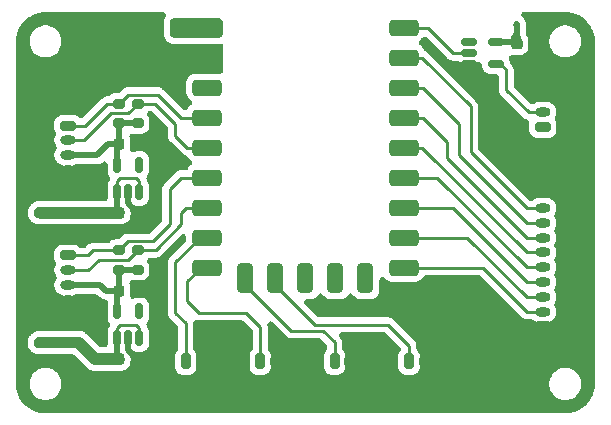
<source format=gbr>
%TF.GenerationSoftware,KiCad,Pcbnew,8.0.4*%
%TF.CreationDate,2024-08-04T13:51:38+08:00*%
%TF.ProjectId,mai-pico-nano-io,6d61692d-7069-4636-9f2d-6e616e6f2d69,rev?*%
%TF.SameCoordinates,Original*%
%TF.FileFunction,Copper,L1,Top*%
%TF.FilePolarity,Positive*%
%FSLAX46Y46*%
G04 Gerber Fmt 4.6, Leading zero omitted, Abs format (unit mm)*
G04 Created by KiCad (PCBNEW 8.0.4) date 2024-08-04 13:51:38*
%MOMM*%
%LPD*%
G01*
G04 APERTURE LIST*
G04 Aperture macros list*
%AMRoundRect*
0 Rectangle with rounded corners*
0 $1 Rounding radius*
0 $2 $3 $4 $5 $6 $7 $8 $9 X,Y pos of 4 corners*
0 Add a 4 corners polygon primitive as box body*
4,1,4,$2,$3,$4,$5,$6,$7,$8,$9,$2,$3,0*
0 Add four circle primitives for the rounded corners*
1,1,$1+$1,$2,$3*
1,1,$1+$1,$4,$5*
1,1,$1+$1,$6,$7*
1,1,$1+$1,$8,$9*
0 Add four rect primitives between the rounded corners*
20,1,$1+$1,$2,$3,$4,$5,0*
20,1,$1+$1,$4,$5,$6,$7,0*
20,1,$1+$1,$6,$7,$8,$9,0*
20,1,$1+$1,$8,$9,$2,$3,0*%
G04 Aperture macros list end*
%TA.AperFunction,ComponentPad*%
%ADD10RoundRect,0.200000X-0.450000X0.200000X-0.450000X-0.200000X0.450000X-0.200000X0.450000X0.200000X0*%
%TD*%
%TA.AperFunction,ComponentPad*%
%ADD11O,1.300000X0.800000*%
%TD*%
%TA.AperFunction,ComponentPad*%
%ADD12RoundRect,0.200000X0.450000X-0.200000X0.450000X0.200000X-0.450000X0.200000X-0.450000X-0.200000X0*%
%TD*%
%TA.AperFunction,SMDPad,CuDef*%
%ADD13RoundRect,0.150000X0.150000X-0.512500X0.150000X0.512500X-0.150000X0.512500X-0.150000X-0.512500X0*%
%TD*%
%TA.AperFunction,SMDPad,CuDef*%
%ADD14RoundRect,0.200000X0.275000X-0.200000X0.275000X0.200000X-0.275000X0.200000X-0.275000X-0.200000X0*%
%TD*%
%TA.AperFunction,SMDPad,CuDef*%
%ADD15RoundRect,0.225000X-0.225000X-0.250000X0.225000X-0.250000X0.225000X0.250000X-0.225000X0.250000X0*%
%TD*%
%TA.AperFunction,SMDPad,CuDef*%
%ADD16RoundRect,0.345000X-0.925000X-0.345000X0.925000X-0.345000X0.925000X0.345000X-0.925000X0.345000X0*%
%TD*%
%TA.AperFunction,SMDPad,CuDef*%
%ADD17RoundRect,0.345000X-0.345000X-0.925000X0.345000X-0.925000X0.345000X0.925000X-0.345000X0.925000X0*%
%TD*%
%TA.AperFunction,SMDPad,CuDef*%
%ADD18RoundRect,0.150000X-0.512500X-0.150000X0.512500X-0.150000X0.512500X0.150000X-0.512500X0.150000X0*%
%TD*%
%TA.AperFunction,ComponentPad*%
%ADD19RoundRect,0.200000X-0.200000X-0.450000X0.200000X-0.450000X0.200000X0.450000X-0.200000X0.450000X0*%
%TD*%
%TA.AperFunction,ComponentPad*%
%ADD20O,0.800000X1.300000*%
%TD*%
%TA.AperFunction,SMDPad,CuDef*%
%ADD21RoundRect,0.225000X-0.250000X0.225000X-0.250000X-0.225000X0.250000X-0.225000X0.250000X0.225000X0*%
%TD*%
%TA.AperFunction,ViaPad*%
%ADD22C,0.600000*%
%TD*%
%TA.AperFunction,Conductor*%
%ADD23C,0.250000*%
%TD*%
%TA.AperFunction,Conductor*%
%ADD24C,0.500000*%
%TD*%
G04 APERTURE END LIST*
D10*
%TO.P,J3,1,Pin_1*%
%TO.N,/I2C_1{slash}SCL*%
X79900000Y-109125000D03*
D11*
%TO.P,J3,2,Pin_2*%
%TO.N,/I2C_1{slash}SDA*%
X79900000Y-110374999D03*
%TO.P,J3,3,Pin_3*%
%TO.N,/I2C_1{slash}VDD*%
X79900000Y-111625000D03*
%TO.P,J3,4,Pin_4*%
%TO.N,GND*%
X79900000Y-112874999D03*
%TD*%
D10*
%TO.P,J2,1,Pin_1*%
%TO.N,/I2C_0{slash}SCL*%
X79900000Y-98125000D03*
D11*
%TO.P,J2,2,Pin_2*%
%TO.N,/I2C_0{slash}SDA*%
X79900000Y-99374999D03*
%TO.P,J2,3,Pin_3*%
%TO.N,/I2C_0{slash}VDD*%
X79900000Y-100625000D03*
%TO.P,J2,4,Pin_4*%
%TO.N,GND*%
X79900000Y-101874999D03*
%TD*%
D12*
%TO.P,J4,1,Pin_1*%
%TO.N,GND*%
X120100000Y-115125000D03*
D11*
%TO.P,J4,2,Pin_2*%
%TO.N,/BTN8*%
X120100000Y-113875001D03*
%TO.P,J4,3,Pin_3*%
%TO.N,/BTN7*%
X120100000Y-112625000D03*
%TO.P,J4,4,Pin_4*%
%TO.N,/BTN6*%
X120100000Y-111375001D03*
%TO.P,J4,5,Pin_5*%
%TO.N,/BTN5*%
X120100000Y-110125000D03*
%TO.P,J4,6,Pin_6*%
%TO.N,/BTN4*%
X120100000Y-108875001D03*
%TO.P,J4,7,Pin_7*%
%TO.N,/BTN3*%
X120100000Y-107625000D03*
%TO.P,J4,8,Pin_8*%
%TO.N,/BTN2*%
X120100000Y-106375000D03*
%TO.P,J4,9,Pin_9*%
%TO.N,/BTN1*%
X120100000Y-105125000D03*
%TO.P,J4,10,Pin_10*%
%TO.N,GND*%
X120100000Y-103875000D03*
%TD*%
D13*
%TO.P,U3,1,V_{IN}*%
%TO.N,+5V*%
X84050001Y-103737500D03*
%TO.P,U3,2,V_{SS}*%
%TO.N,GND*%
X85000000Y-103737500D03*
%TO.P,U3,3,CE*%
%TO.N,+5V*%
X85949999Y-103737500D03*
%TO.P,U3,4,NC*%
%TO.N,unconnected-(U3-NC-Pad4)*%
X85949999Y-101462500D03*
%TO.P,U3,5,V_{OUT}*%
%TO.N,/I2C_0{slash}VDD*%
X84050001Y-101462500D03*
%TD*%
D14*
%TO.P,R4,1*%
%TO.N,/I2C_1{slash}VDD*%
X84200000Y-110325000D03*
%TO.P,R4,2*%
%TO.N,/I2C_1{slash}SCL*%
X84200000Y-108675000D03*
%TD*%
D15*
%TO.P,C3,1*%
%TO.N,+5V*%
X84225000Y-117900000D03*
%TO.P,C3,2*%
%TO.N,GND*%
X85775000Y-117900000D03*
%TD*%
%TO.P,C4,1*%
%TO.N,/I2C_1{slash}VDD*%
X84225000Y-112100000D03*
%TO.P,C4,2*%
%TO.N,GND*%
X85775000Y-112100000D03*
%TD*%
D16*
%TO.P,U1,1,5V*%
%TO.N,+5V*%
X91690000Y-89840000D03*
%TO.P,U1,2,GND*%
%TO.N,GND*%
X91690000Y-92380000D03*
%TO.P,U1,3,3V3*%
%TO.N,+3V3*%
X91690000Y-94920000D03*
%TO.P,U1,4,GP29*%
%TO.N,/I2C_0{slash}SCL*%
X91690000Y-97460000D03*
%TO.P,U1,5,GP28*%
%TO.N,/I2C_0{slash}SDA*%
X91690000Y-100000000D03*
%TO.P,U1,6,GP27*%
%TO.N,/I2C_1{slash}SCL*%
X91690000Y-102540000D03*
%TO.P,U1,7,GP26*%
%TO.N,/I2C_1{slash}SDA*%
X91690000Y-105080000D03*
%TO.P,U1,8,GP15*%
%TO.N,/AUX1*%
X91690000Y-107620000D03*
%TO.P,U1,9,GP14*%
%TO.N,/AUX2*%
X91690000Y-110160000D03*
D17*
%TO.P,U1,10,GP13*%
%TO.N,/AUX3*%
X94920000Y-111060000D03*
%TO.P,U1,11,GP12*%
%TO.N,/AUX4*%
X97460000Y-111060000D03*
%TO.P,U1,12,GP11*%
%TO.N,unconnected-(U1-GP11-Pad12)*%
X100000000Y-111060000D03*
%TO.P,U1,13,GP10*%
%TO.N,unconnected-(U1-GP10-Pad13)*%
X102540000Y-111060000D03*
%TO.P,U1,14,GP9*%
%TO.N,unconnected-(U1-GP9-Pad14)*%
X105080000Y-111060000D03*
D16*
%TO.P,U1,15,GP8*%
%TO.N,/BTN8*%
X108310000Y-110160000D03*
%TO.P,U1,16,GP7*%
%TO.N,/BTN7*%
X108310000Y-107620000D03*
%TO.P,U1,17,GP6*%
%TO.N,/BTN6*%
X108310000Y-105080000D03*
%TO.P,U1,18,GP5*%
%TO.N,/BTN5*%
X108310000Y-102540000D03*
%TO.P,U1,19,GP4*%
%TO.N,/BTN4*%
X108310000Y-100000000D03*
%TO.P,U1,20,GP3*%
%TO.N,/BTN3*%
X108310000Y-97460000D03*
%TO.P,U1,21,GP2*%
%TO.N,/BTN2*%
X108310000Y-94920000D03*
%TO.P,U1,22,GP1*%
%TO.N,/BTN1*%
X108310000Y-92380000D03*
%TO.P,U1,23,GP0*%
%TO.N,/RP{slash}LED*%
X108310000Y-89840000D03*
%TD*%
D14*
%TO.P,R3,1*%
%TO.N,/I2C_1{slash}VDD*%
X85800000Y-110325000D03*
%TO.P,R3,2*%
%TO.N,/I2C_1{slash}SDA*%
X85800000Y-108675000D03*
%TD*%
D18*
%TO.P,U2,1,NC*%
%TO.N,unconnected-(U2-NC-Pad1)*%
X113862500Y-91050001D03*
%TO.P,U2,2,A*%
%TO.N,/RP{slash}LED*%
X113862500Y-92000000D03*
%TO.P,U2,3,GND*%
%TO.N,GND*%
X113862500Y-92949999D03*
%TO.P,U2,4,Y*%
%TO.N,/LED*%
X116137500Y-92949999D03*
%TO.P,U2,5,VCC*%
%TO.N,+5V*%
X116137500Y-91050001D03*
%TD*%
D19*
%TO.P,J7,1,Pin_1*%
%TO.N,/AUX3*%
X102475000Y-118100000D03*
D20*
%TO.P,J7,2,Pin_2*%
%TO.N,GND*%
X103725000Y-118100000D03*
%TD*%
D13*
%TO.P,U4,1,V_{IN}*%
%TO.N,+5V*%
X84050001Y-116137500D03*
%TO.P,U4,2,V_{SS}*%
%TO.N,GND*%
X85000000Y-116137500D03*
%TO.P,U4,3,CE*%
%TO.N,+5V*%
X85949999Y-116137500D03*
%TO.P,U4,4,NC*%
%TO.N,unconnected-(U4-NC-Pad4)*%
X85949999Y-113862500D03*
%TO.P,U4,5,V_{OUT}*%
%TO.N,/I2C_1{slash}VDD*%
X84050001Y-113862500D03*
%TD*%
D19*
%TO.P,J8,1,Pin_1*%
%TO.N,/AUX4*%
X108775000Y-118100000D03*
D20*
%TO.P,J8,2,Pin_2*%
%TO.N,GND*%
X110025000Y-118100000D03*
%TD*%
D21*
%TO.P,C5,1*%
%TO.N,+5V*%
X117900000Y-91225000D03*
%TO.P,C5,2*%
%TO.N,GND*%
X117900000Y-92775000D03*
%TD*%
D19*
%TO.P,J6,1,Pin_1*%
%TO.N,/AUX2*%
X96175000Y-118100000D03*
D20*
%TO.P,J6,2,Pin_2*%
%TO.N,GND*%
X97425000Y-118100000D03*
%TD*%
D15*
%TO.P,C2,1*%
%TO.N,/I2C_0{slash}VDD*%
X84225000Y-99700000D03*
%TO.P,C2,2*%
%TO.N,GND*%
X85775000Y-99700000D03*
%TD*%
%TO.P,C1,1*%
%TO.N,+5V*%
X84225000Y-105500000D03*
%TO.P,C1,2*%
%TO.N,GND*%
X85775000Y-105500000D03*
%TD*%
D14*
%TO.P,R1,1*%
%TO.N,/I2C_0{slash}VDD*%
X84200000Y-97925000D03*
%TO.P,R1,2*%
%TO.N,/I2C_0{slash}SCL*%
X84200000Y-96275000D03*
%TD*%
%TO.P,R2,1*%
%TO.N,/I2C_0{slash}VDD*%
X85800000Y-97925000D03*
%TO.P,R2,2*%
%TO.N,/I2C_0{slash}SDA*%
X85800000Y-96275000D03*
%TD*%
D19*
%TO.P,J5,1,Pin_1*%
%TO.N,/AUX1*%
X89875000Y-118100000D03*
D20*
%TO.P,J5,2,Pin_2*%
%TO.N,GND*%
X91125000Y-118100000D03*
%TD*%
D12*
%TO.P,J1,1,Pin_1*%
%TO.N,+5V*%
X120100000Y-98250000D03*
D11*
%TO.P,J1,2,Pin_2*%
%TO.N,/LED*%
X120100000Y-97000001D03*
%TO.P,J1,3,Pin_3*%
%TO.N,GND*%
X120100000Y-95750000D03*
%TD*%
D22*
%TO.N,GND*%
X110000000Y-91000000D03*
X76000000Y-107000000D03*
X118000000Y-94000000D03*
X112000000Y-118000000D03*
X112000000Y-122000000D03*
X88900000Y-91900000D03*
X96000000Y-122000000D03*
X124000000Y-101000000D03*
X86800000Y-100100000D03*
X124000000Y-107000000D03*
X116000000Y-122000000D03*
X113000000Y-94000000D03*
X100000000Y-122000000D03*
X116000000Y-101000000D03*
X92000000Y-122000000D03*
X76000000Y-93000000D03*
X76000000Y-101000000D03*
X124000000Y-104000000D03*
X120000000Y-122000000D03*
X76000000Y-114000000D03*
X86800000Y-112500000D03*
X89800000Y-91900000D03*
X88900000Y-92800000D03*
X80000000Y-122000000D03*
X76000000Y-110000000D03*
X89800000Y-92800000D03*
X111000000Y-92000000D03*
X86800000Y-99300000D03*
X124000000Y-110000000D03*
X80000000Y-118000000D03*
X108000000Y-122000000D03*
X88000000Y-122000000D03*
X76000000Y-97000000D03*
X120000000Y-89000000D03*
X86800000Y-111700000D03*
X86800000Y-105100000D03*
X115000000Y-94000000D03*
X84000000Y-122000000D03*
X124000000Y-97000000D03*
X86800000Y-118300000D03*
X120000000Y-118000000D03*
X104000000Y-122000000D03*
X116000000Y-118000000D03*
X120000000Y-101000000D03*
X76000000Y-118000000D03*
X88000000Y-118000000D03*
X124000000Y-118000000D03*
X86800000Y-117500000D03*
X100000000Y-118000000D03*
X124000000Y-114000000D03*
X76000000Y-104000000D03*
X80000000Y-89000000D03*
X86800000Y-105900000D03*
X112000000Y-93000000D03*
X124000000Y-93000000D03*
%TO.N,+5V*%
X117900000Y-89600000D03*
X88900000Y-89400000D03*
X89800000Y-90300000D03*
X117900000Y-90300000D03*
X89800000Y-89400000D03*
X77500000Y-105500000D03*
X88900000Y-90300000D03*
X78500000Y-116500000D03*
X77500000Y-116500000D03*
X78500000Y-105500000D03*
%TD*%
D23*
%TO.N,/BTN1*%
X118725000Y-105125000D02*
X120100000Y-105125000D01*
X108310000Y-92380000D02*
X109880000Y-92380000D01*
X109880000Y-92380000D02*
X114000000Y-96500000D01*
X114000000Y-100400000D02*
X118725000Y-105125000D01*
X114000000Y-96500000D02*
X114000000Y-100400000D01*
%TO.N,/BTN8*%
X115060000Y-110160000D02*
X108310000Y-110160000D01*
X118775001Y-113875001D02*
X115060000Y-110160000D01*
X120100000Y-113875001D02*
X118775001Y-113875001D01*
%TO.N,/BTN2*%
X118775000Y-106375000D02*
X113000000Y-100600000D01*
X108310000Y-94920000D02*
X109920000Y-94920000D01*
X113000000Y-98000000D02*
X113000000Y-100600000D01*
X120100000Y-106375000D02*
X118775000Y-106375000D01*
X109920000Y-94920000D02*
X113000000Y-98000000D01*
%TO.N,/BTN3*%
X108310000Y-97460000D02*
X109960000Y-97460000D01*
X118725000Y-107625000D02*
X120100000Y-107625000D01*
X112000000Y-100900000D02*
X118725000Y-107625000D01*
X112000000Y-99500000D02*
X112000000Y-100900000D01*
X109960000Y-97460000D02*
X112000000Y-99500000D01*
%TO.N,/BTN5*%
X111140000Y-102540000D02*
X108310000Y-102540000D01*
X118725000Y-110125000D02*
X111140000Y-102540000D01*
X120100000Y-110125000D02*
X118725000Y-110125000D01*
D24*
%TO.N,GND*%
X85000000Y-104725000D02*
X85000000Y-103737500D01*
X85775000Y-105500000D02*
X85000000Y-104725000D01*
X85775000Y-117900000D02*
X85000000Y-117125000D01*
X85000000Y-117125000D02*
X85000000Y-116137500D01*
D23*
%TO.N,/BTN4*%
X120100000Y-108875001D02*
X118775001Y-108875001D01*
X118775001Y-108875001D02*
X109900000Y-100000000D01*
X109900000Y-100000000D02*
X108310000Y-100000000D01*
%TO.N,/BTN6*%
X120100000Y-111375001D02*
X118775001Y-111375001D01*
X118775001Y-111375001D02*
X112480000Y-105080000D01*
X112480000Y-105080000D02*
X108310000Y-105080000D01*
%TO.N,/BTN7*%
X118725000Y-112625000D02*
X113720000Y-107620000D01*
X120100000Y-112625000D02*
X118725000Y-112625000D01*
X113720000Y-107620000D02*
X108310000Y-107620000D01*
D24*
%TO.N,+5V*%
X84050001Y-105325001D02*
X84225000Y-105500000D01*
D23*
X84050001Y-102849999D02*
X84050001Y-103737500D01*
D24*
X84050001Y-103737500D02*
X84050001Y-105325001D01*
X117725001Y-91050001D02*
X117900000Y-91225000D01*
X84050001Y-117725001D02*
X84225000Y-117900000D01*
D23*
X85949999Y-115249999D02*
X85700000Y-115000000D01*
X85700000Y-115000000D02*
X84300000Y-115000000D01*
X84300000Y-115000000D02*
X84050001Y-115249999D01*
X85949999Y-102849999D02*
X85700000Y-102600000D01*
D24*
X84050001Y-116137500D02*
X84050001Y-117725001D01*
D23*
X85949999Y-116137500D02*
X85949999Y-115249999D01*
X84050001Y-115249999D02*
X84050001Y-116137500D01*
X84300000Y-102600000D02*
X84050001Y-102849999D01*
D24*
X116137500Y-91050001D02*
X117725001Y-91050001D01*
D23*
X85700000Y-102600000D02*
X84300000Y-102600000D01*
X85949999Y-103737500D02*
X85949999Y-102849999D01*
%TO.N,/AUX4*%
X100800000Y-115000000D02*
X97460000Y-111660000D01*
X107000000Y-115000000D02*
X100800000Y-115000000D01*
X108775000Y-116775000D02*
X107000000Y-115000000D01*
X97460000Y-111660000D02*
X97460000Y-111060000D01*
X108775000Y-118100000D02*
X108775000Y-116775000D01*
D24*
%TO.N,/I2C_0{slash}VDD*%
X85800000Y-97925000D02*
X84200000Y-97925000D01*
X82375000Y-100625000D02*
X83300000Y-99700000D01*
X83300000Y-99700000D02*
X84225000Y-99700000D01*
X84225000Y-99700000D02*
X84225000Y-97950000D01*
X84050001Y-99874999D02*
X84225000Y-99700000D01*
X84225000Y-97950000D02*
X84200000Y-97925000D01*
X79900000Y-100625000D02*
X82375000Y-100625000D01*
X84050001Y-101462500D02*
X84050001Y-99874999D01*
%TO.N,/I2C_1{slash}VDD*%
X84050001Y-113862500D02*
X84050001Y-112274999D01*
X82625000Y-111625000D02*
X79900000Y-111625000D01*
X85800000Y-110325000D02*
X84200000Y-110325000D01*
X82625000Y-111625000D02*
X83100000Y-112100000D01*
X83100000Y-112100000D02*
X84225000Y-112100000D01*
X84050001Y-112274999D02*
X84225000Y-112100000D01*
X84225000Y-110350000D02*
X84200000Y-110325000D01*
X84225000Y-112100000D02*
X84225000Y-110350000D01*
D23*
%TO.N,/LED*%
X118900001Y-97000001D02*
X117000000Y-95100000D01*
X120100000Y-97000001D02*
X118900001Y-97000001D01*
X117000000Y-95100000D02*
X117000000Y-93400000D01*
X116549999Y-92949999D02*
X116137500Y-92949999D01*
X117000000Y-93400000D02*
X116549999Y-92949999D01*
%TO.N,/I2C_0{slash}SDA*%
X85800000Y-96275000D02*
X84975000Y-97100000D01*
X90000000Y-100000000D02*
X89000000Y-99000000D01*
X83500000Y-97100000D02*
X81225001Y-99374999D01*
X87275000Y-96275000D02*
X85800000Y-96275000D01*
X84975000Y-97100000D02*
X83500000Y-97100000D01*
X89000000Y-98000000D02*
X87275000Y-96275000D01*
X81225001Y-99374999D02*
X79900000Y-99374999D01*
X91690000Y-100000000D02*
X90000000Y-100000000D01*
X89000000Y-99000000D02*
X89000000Y-98000000D01*
%TO.N,/I2C_0{slash}SCL*%
X81375000Y-98125000D02*
X79900000Y-98125000D01*
X84200000Y-96275000D02*
X84975000Y-95500000D01*
X89460000Y-97460000D02*
X91690000Y-97460000D01*
X84975000Y-95500000D02*
X87500000Y-95500000D01*
X87500000Y-95500000D02*
X89460000Y-97460000D01*
X83225000Y-96275000D02*
X81375000Y-98125000D01*
X84200000Y-96275000D02*
X83225000Y-96275000D01*
%TO.N,/I2C_1{slash}SCL*%
X88500000Y-103500000D02*
X88500000Y-106500000D01*
X82025000Y-108675000D02*
X84200000Y-108675000D01*
X89460000Y-102540000D02*
X88500000Y-103500000D01*
X81575000Y-109125000D02*
X82025000Y-108675000D01*
X81575000Y-109125000D02*
X79900000Y-109125000D01*
X87100000Y-107900000D02*
X84975000Y-107900000D01*
X88500000Y-106500000D02*
X87100000Y-107900000D01*
X84975000Y-107900000D02*
X84200000Y-108675000D01*
X91690000Y-102540000D02*
X89460000Y-102540000D01*
%TO.N,/I2C_1{slash}SDA*%
X81624999Y-110374999D02*
X79900000Y-110374999D01*
X89500000Y-105500000D02*
X89500000Y-106500000D01*
X89920000Y-105080000D02*
X89500000Y-105500000D01*
X81625000Y-110375000D02*
X81624999Y-110374999D01*
X91690000Y-105080000D02*
X89920000Y-105080000D01*
X81625000Y-110375000D02*
X82500000Y-109500000D01*
X82500000Y-109500000D02*
X84975000Y-109500000D01*
X87325000Y-108675000D02*
X85800000Y-108675000D01*
X84975000Y-109500000D02*
X85800000Y-108675000D01*
X89500000Y-106500000D02*
X87325000Y-108675000D01*
%TO.N,/RP{slash}LED*%
X113862500Y-92000000D02*
X112500000Y-92000000D01*
X110340000Y-89840000D02*
X108310000Y-89840000D01*
X112500000Y-92000000D02*
X110340000Y-89840000D01*
%TO.N,/AUX1*%
X91080000Y-107620000D02*
X91690000Y-107620000D01*
X89000000Y-114000000D02*
X89000000Y-109700000D01*
X89000000Y-109700000D02*
X91080000Y-107620000D01*
X89875000Y-118100000D02*
X89875000Y-114875000D01*
X89875000Y-114875000D02*
X89000000Y-114000000D01*
%TO.N,/AUX2*%
X91000000Y-114000000D02*
X90000000Y-113000000D01*
X96175000Y-118100000D02*
X96175000Y-115175000D01*
X90000000Y-113000000D02*
X90000000Y-111300000D01*
X91140000Y-110160000D02*
X91690000Y-110160000D01*
X90000000Y-111300000D02*
X91140000Y-110160000D01*
X95000000Y-114000000D02*
X91000000Y-114000000D01*
X96175000Y-115175000D02*
X95000000Y-114000000D01*
%TO.N,/AUX3*%
X102475000Y-118100000D02*
X102475000Y-116475000D01*
X101500000Y-115500000D02*
X98800000Y-115500000D01*
X98800000Y-115500000D02*
X94920000Y-111620000D01*
X94920000Y-111620000D02*
X94920000Y-111060000D01*
X102475000Y-116475000D02*
X101500000Y-115500000D01*
%TD*%
%TA.AperFunction,Conductor*%
%TO.N,+5V*%
G36*
X92609641Y-89001527D02*
G01*
X92704207Y-89016504D01*
X92741102Y-89028491D01*
X92817617Y-89067477D01*
X92849002Y-89090281D01*
X92909718Y-89150997D01*
X92932522Y-89182383D01*
X92971507Y-89258895D01*
X92983495Y-89295792D01*
X92997973Y-89387200D01*
X92999500Y-89406598D01*
X92999500Y-90293400D01*
X92997973Y-90312798D01*
X92983495Y-90404207D01*
X92971507Y-90441104D01*
X92932522Y-90517616D01*
X92909718Y-90549002D01*
X92849002Y-90609718D01*
X92817616Y-90632522D01*
X92741104Y-90671507D01*
X92704207Y-90683495D01*
X92624425Y-90696131D01*
X92609640Y-90698473D01*
X92590244Y-90700000D01*
X88909756Y-90700000D01*
X88890359Y-90698473D01*
X88871258Y-90695447D01*
X88795792Y-90683495D01*
X88758895Y-90671507D01*
X88682383Y-90632522D01*
X88650997Y-90609718D01*
X88590281Y-90549002D01*
X88567477Y-90517616D01*
X88528492Y-90441104D01*
X88516504Y-90404206D01*
X88501527Y-90309641D01*
X88500000Y-90290244D01*
X88500000Y-89409755D01*
X88501527Y-89390358D01*
X88516504Y-89295793D01*
X88516505Y-89295792D01*
X88516504Y-89295790D01*
X88528490Y-89258898D01*
X88567479Y-89182379D01*
X88590278Y-89151000D01*
X88651000Y-89090278D01*
X88682379Y-89067479D01*
X88758898Y-89028490D01*
X88795784Y-89016505D01*
X88890370Y-89001525D01*
X88909756Y-89000000D01*
X92590244Y-89000000D01*
X92609641Y-89001527D01*
G37*
%TD.AperFunction*%
%TD*%
%TA.AperFunction,Conductor*%
%TO.N,GND*%
G36*
X92999500Y-93700000D02*
G01*
X88500000Y-93700000D01*
X88500000Y-91200000D01*
X92999500Y-91200000D01*
X92999500Y-93700000D01*
G37*
%TD.AperFunction*%
%TD*%
%TA.AperFunction,Conductor*%
%TO.N,+5V*%
G36*
X84208059Y-105001061D02*
G01*
X84313223Y-105014906D01*
X84344491Y-105023284D01*
X84434918Y-105060740D01*
X84462952Y-105076925D01*
X84540602Y-105136509D01*
X84563491Y-105159398D01*
X84623074Y-105237048D01*
X84639259Y-105265081D01*
X84676715Y-105355508D01*
X84685093Y-105386775D01*
X84697869Y-105483814D01*
X84697869Y-105516186D01*
X84685093Y-105613224D01*
X84676715Y-105644491D01*
X84639259Y-105734918D01*
X84623074Y-105762951D01*
X84563491Y-105840601D01*
X84540601Y-105863491D01*
X84462951Y-105923074D01*
X84434918Y-105939259D01*
X84344491Y-105976715D01*
X84313224Y-105985093D01*
X84219398Y-105997446D01*
X84208058Y-105998939D01*
X84191874Y-106000000D01*
X77508126Y-106000000D01*
X77491941Y-105998939D01*
X77478917Y-105997224D01*
X77386775Y-105985093D01*
X77355508Y-105976715D01*
X77265081Y-105939259D01*
X77237048Y-105923074D01*
X77159398Y-105863491D01*
X77136508Y-105840601D01*
X77076925Y-105762951D01*
X77060740Y-105734918D01*
X77023284Y-105644491D01*
X77014906Y-105613224D01*
X77002130Y-105516179D01*
X77002130Y-105483820D01*
X77014906Y-105386773D01*
X77023284Y-105355508D01*
X77060740Y-105265081D01*
X77076923Y-105237050D01*
X77136513Y-105159392D01*
X77159392Y-105136513D01*
X77237050Y-105076923D01*
X77265079Y-105060740D01*
X77355509Y-105023283D01*
X77386775Y-105014906D01*
X77491941Y-105001061D01*
X77508126Y-105000000D01*
X84191874Y-105000000D01*
X84208059Y-105001061D01*
G37*
%TD.AperFunction*%
%TD*%
%TA.AperFunction,Conductor*%
%TO.N,+5V*%
G36*
X80800952Y-116001061D02*
G01*
X80906116Y-116014906D01*
X80937383Y-116023284D01*
X81027808Y-116060739D01*
X81055842Y-116076924D01*
X81140003Y-116141503D01*
X81152198Y-116152198D01*
X82253547Y-117253548D01*
X82253554Y-117253554D01*
X82400000Y-117400000D01*
X84191874Y-117400000D01*
X84208059Y-117401061D01*
X84313223Y-117414906D01*
X84344491Y-117423284D01*
X84434918Y-117460740D01*
X84462952Y-117476925D01*
X84540602Y-117536509D01*
X84563491Y-117559398D01*
X84623074Y-117637048D01*
X84639259Y-117665081D01*
X84676715Y-117755508D01*
X84685093Y-117786775D01*
X84697869Y-117883814D01*
X84697869Y-117916186D01*
X84685093Y-118013224D01*
X84676715Y-118044491D01*
X84639259Y-118134918D01*
X84623074Y-118162951D01*
X84563491Y-118240601D01*
X84540601Y-118263491D01*
X84462951Y-118323074D01*
X84434918Y-118339259D01*
X84344491Y-118376715D01*
X84313224Y-118385093D01*
X84219398Y-118397446D01*
X84208058Y-118398939D01*
X84191874Y-118400000D01*
X82215233Y-118400000D01*
X82199048Y-118398939D01*
X82186024Y-118397224D01*
X82093882Y-118385093D01*
X82062616Y-118376715D01*
X81972191Y-118339260D01*
X81944157Y-118323075D01*
X81859996Y-118258496D01*
X81847801Y-118247801D01*
X80746452Y-117146451D01*
X80746445Y-117146445D01*
X80600000Y-117000000D01*
X80392893Y-117000000D01*
X80392886Y-117000000D01*
X77508126Y-117000000D01*
X77491941Y-116998939D01*
X77478917Y-116997224D01*
X77386775Y-116985093D01*
X77355508Y-116976715D01*
X77265081Y-116939259D01*
X77237048Y-116923074D01*
X77159398Y-116863491D01*
X77136508Y-116840601D01*
X77076925Y-116762951D01*
X77060740Y-116734918D01*
X77023284Y-116644491D01*
X77014906Y-116613224D01*
X77002130Y-116516179D01*
X77002130Y-116483820D01*
X77014906Y-116386773D01*
X77023284Y-116355508D01*
X77060740Y-116265081D01*
X77076923Y-116237050D01*
X77136513Y-116159392D01*
X77159392Y-116136513D01*
X77237050Y-116076923D01*
X77265079Y-116060740D01*
X77355509Y-116023283D01*
X77386775Y-116014906D01*
X77491941Y-116001061D01*
X77508126Y-116000000D01*
X80784767Y-116000000D01*
X80800952Y-116001061D01*
G37*
%TD.AperFunction*%
%TD*%
%TA.AperFunction,Conductor*%
%TO.N,+5V*%
G36*
X117937107Y-89248317D02*
G01*
X117985244Y-89276546D01*
X118039305Y-89327657D01*
X118057738Y-89341939D01*
X118069471Y-89352277D01*
X118122219Y-89405025D01*
X118139532Y-89426734D01*
X118160033Y-89459361D01*
X118172080Y-89484378D01*
X118184807Y-89520749D01*
X118190985Y-89547817D01*
X118195300Y-89586113D01*
X118195301Y-89586118D01*
X118195301Y-89613880D01*
X118194924Y-89617228D01*
X118190985Y-89652181D01*
X118184808Y-89679247D01*
X118177271Y-89700787D01*
X118177267Y-89700799D01*
X118158609Y-89769152D01*
X118145033Y-89837402D01*
X118140648Y-89862817D01*
X118140280Y-90006700D01*
X118153861Y-90102901D01*
X118153862Y-90102904D01*
X118168618Y-90163619D01*
X118177265Y-90199194D01*
X118183462Y-90216905D01*
X118184809Y-90220752D01*
X118190988Y-90247825D01*
X118195302Y-90286112D01*
X118195302Y-90313879D01*
X118192030Y-90342916D01*
X118192030Y-90342917D01*
X118188995Y-90411587D01*
X118188995Y-90411606D01*
X118190609Y-90479169D01*
X118191542Y-90498859D01*
X118191729Y-90502801D01*
X118222220Y-90643413D01*
X118243003Y-90699248D01*
X118256111Y-90734464D01*
X118299607Y-90823481D01*
X118299620Y-90823506D01*
X118343134Y-90894052D01*
X118355300Y-90920141D01*
X118359722Y-90933484D01*
X118359723Y-90933486D01*
X118363704Y-90945499D01*
X118369999Y-90984505D01*
X118369999Y-91336042D01*
X118360560Y-91383495D01*
X118339260Y-91434917D01*
X118323075Y-91462951D01*
X118263491Y-91540602D01*
X118240601Y-91563491D01*
X118162951Y-91623074D01*
X118134920Y-91639258D01*
X118083498Y-91660559D01*
X118036043Y-91669999D01*
X117763957Y-91669999D01*
X117716503Y-91660559D01*
X117665080Y-91639258D01*
X117637048Y-91623074D01*
X117559398Y-91563491D01*
X117536508Y-91540601D01*
X117476925Y-91462951D01*
X117460740Y-91434918D01*
X117423284Y-91344491D01*
X117414906Y-91313223D01*
X117401061Y-91208059D01*
X117400000Y-91191874D01*
X117400000Y-90626052D01*
X117419685Y-90559013D01*
X117427250Y-90548493D01*
X117503364Y-90453545D01*
X117552725Y-90369864D01*
X117594463Y-90279990D01*
X117622735Y-90199192D01*
X117641388Y-90130858D01*
X117654969Y-90062583D01*
X117659351Y-90037186D01*
X117659720Y-89893306D01*
X117646140Y-89797105D01*
X117622735Y-89700806D01*
X117615190Y-89679245D01*
X117609011Y-89652176D01*
X117604696Y-89613872D01*
X117604697Y-89586113D01*
X117609012Y-89547823D01*
X117615185Y-89520768D01*
X117627924Y-89484363D01*
X117639967Y-89459355D01*
X117660466Y-89426732D01*
X117677771Y-89405033D01*
X117717091Y-89365713D01*
X117727453Y-89356454D01*
X117728572Y-89355561D01*
X117728587Y-89355551D01*
X117772180Y-89320787D01*
X117781170Y-89313447D01*
X117807807Y-89283791D01*
X117867249Y-89247071D01*
X117937107Y-89248317D01*
G37*
%TD.AperFunction*%
%TD*%
%TA.AperFunction,Conductor*%
%TO.N,GND*%
G36*
X88045047Y-88519454D02*
G01*
X88125829Y-88573430D01*
X88179805Y-88654212D01*
X88198759Y-88749500D01*
X88179805Y-88844788D01*
X88160576Y-88880767D01*
X88161081Y-88881077D01*
X88117077Y-88952882D01*
X88078085Y-89029407D01*
X88047727Y-89102699D01*
X88035740Y-89139595D01*
X88035739Y-89139599D01*
X88026067Y-89184786D01*
X88020477Y-89206202D01*
X88017228Y-89216711D01*
X88002250Y-89311284D01*
X87997586Y-89350686D01*
X87996058Y-89370091D01*
X87994500Y-89409754D01*
X87994500Y-90290244D01*
X87996058Y-90329907D01*
X87997586Y-90349312D01*
X88002250Y-90388714D01*
X88017227Y-90483283D01*
X88035195Y-90558125D01*
X88035742Y-90560404D01*
X88035748Y-90560421D01*
X88047725Y-90597289D01*
X88047728Y-90597297D01*
X88047730Y-90597302D01*
X88066677Y-90643045D01*
X88078098Y-90670618D01*
X88117067Y-90747097D01*
X88117072Y-90747105D01*
X88117074Y-90747109D01*
X88158523Y-90814748D01*
X88181327Y-90846134D01*
X88212441Y-90882562D01*
X88232308Y-90905823D01*
X88232839Y-90906444D01*
X88293555Y-90967160D01*
X88293561Y-90967165D01*
X88293564Y-90967168D01*
X88303794Y-90975905D01*
X88353865Y-91018672D01*
X88385251Y-91041476D01*
X88452890Y-91082925D01*
X88452897Y-91082928D01*
X88452901Y-91082931D01*
X88529390Y-91121905D01*
X88529400Y-91121909D01*
X88602685Y-91152265D01*
X88602691Y-91152267D01*
X88602693Y-91152267D01*
X88602694Y-91152268D01*
X88639591Y-91164256D01*
X88716719Y-91182772D01*
X88776882Y-91192300D01*
X88777842Y-91192452D01*
X88777853Y-91192454D01*
X88792163Y-91194720D01*
X88792163Y-91194721D01*
X88811264Y-91197747D01*
X88830295Y-91200000D01*
X88500000Y-91200000D01*
X88500000Y-93700000D01*
X92867004Y-93700000D01*
X92845788Y-93714176D01*
X92750500Y-93733130D01*
X92733655Y-93732560D01*
X92688528Y-93729500D01*
X92688526Y-93729500D01*
X90691474Y-93729500D01*
X90691470Y-93729500D01*
X90691445Y-93729501D01*
X90650196Y-93732298D01*
X90650185Y-93732299D01*
X90650184Y-93732300D01*
X90649139Y-93732560D01*
X90471712Y-93776683D01*
X90306955Y-93858395D01*
X90306953Y-93858397D01*
X90163620Y-93973612D01*
X90163612Y-93973620D01*
X90048397Y-94116953D01*
X90048395Y-94116955D01*
X89966683Y-94281712D01*
X89922300Y-94460185D01*
X89922298Y-94460196D01*
X89919501Y-94501445D01*
X89919500Y-94501477D01*
X89919500Y-95338522D01*
X89919501Y-95338554D01*
X89922298Y-95379803D01*
X89922299Y-95379812D01*
X89922300Y-95379816D01*
X89935157Y-95431516D01*
X89966683Y-95558287D01*
X90048395Y-95723044D01*
X90048396Y-95723045D01*
X90163616Y-95866384D01*
X90201226Y-95896616D01*
X90317478Y-95990063D01*
X90316411Y-95991390D01*
X90374835Y-96047488D01*
X90413829Y-96136474D01*
X90415801Y-96233609D01*
X90380452Y-96324105D01*
X90317369Y-96389802D01*
X90317478Y-96389937D01*
X90316438Y-96390772D01*
X90313162Y-96394185D01*
X90307423Y-96398018D01*
X90163620Y-96513612D01*
X90163612Y-96513620D01*
X90048397Y-96656953D01*
X90048396Y-96656953D01*
X90034380Y-96685215D01*
X89975060Y-96762159D01*
X89890812Y-96810545D01*
X89794459Y-96823007D01*
X89700672Y-96797649D01*
X89635239Y-96750648D01*
X87985859Y-95101269D01*
X87985858Y-95101267D01*
X87898733Y-95014142D01*
X87847509Y-94979915D01*
X87846816Y-94979452D01*
X87796288Y-94945689D01*
X87796286Y-94945688D01*
X87715792Y-94912347D01*
X87715791Y-94912346D01*
X87697554Y-94904792D01*
X87682452Y-94898537D01*
X87682449Y-94898536D01*
X87682446Y-94898535D01*
X87622032Y-94886518D01*
X87561612Y-94874500D01*
X87561607Y-94874500D01*
X87561606Y-94874500D01*
X85048915Y-94874500D01*
X85048895Y-94874499D01*
X85036607Y-94874499D01*
X84913394Y-94874499D01*
X84913392Y-94874499D01*
X84812590Y-94894549D01*
X84792552Y-94898535D01*
X84792549Y-94898536D01*
X84765662Y-94909673D01*
X84746649Y-94917549D01*
X84678716Y-94945687D01*
X84678713Y-94945688D01*
X84576268Y-95014140D01*
X84288838Y-95301570D01*
X84208057Y-95355546D01*
X84112769Y-95374500D01*
X83868369Y-95374500D01*
X83797811Y-95380912D01*
X83797803Y-95380914D01*
X83635391Y-95431522D01*
X83489816Y-95519527D01*
X83489815Y-95519527D01*
X83489815Y-95519528D01*
X83432770Y-95576572D01*
X83351992Y-95630546D01*
X83256704Y-95649500D01*
X83163387Y-95649500D01*
X83102973Y-95661516D01*
X83102974Y-95661517D01*
X83042548Y-95673536D01*
X83009207Y-95687347D01*
X82928712Y-95720688D01*
X82928712Y-95720689D01*
X82877489Y-95754914D01*
X82877490Y-95754915D01*
X82826270Y-95789139D01*
X82739139Y-95876270D01*
X81191602Y-97423806D01*
X81110820Y-97477782D01*
X81015532Y-97496736D01*
X80920244Y-97477782D01*
X80839465Y-97423808D01*
X80785185Y-97369528D01*
X80763723Y-97356553D01*
X80639608Y-97281522D01*
X80477196Y-97230914D01*
X80477188Y-97230912D01*
X80406630Y-97224500D01*
X80406616Y-97224500D01*
X79393384Y-97224500D01*
X79393369Y-97224500D01*
X79322811Y-97230912D01*
X79322803Y-97230914D01*
X79160391Y-97281522D01*
X79014816Y-97369527D01*
X78894527Y-97489816D01*
X78806522Y-97635391D01*
X78755914Y-97797803D01*
X78755912Y-97797811D01*
X78749500Y-97868369D01*
X78749500Y-98381630D01*
X78755912Y-98452188D01*
X78755914Y-98452196D01*
X78806522Y-98614608D01*
X78852158Y-98690098D01*
X78885234Y-98781450D01*
X78880834Y-98878505D01*
X78855338Y-98936371D01*
X78857754Y-98937663D01*
X78851989Y-98948448D01*
X78851987Y-98948450D01*
X78851987Y-98948452D01*
X78788691Y-99101266D01*
X78784104Y-99112339D01*
X78749500Y-99286303D01*
X78749500Y-99463694D01*
X78784104Y-99637658D01*
X78784105Y-99637660D01*
X78784106Y-99637665D01*
X78851987Y-99801546D01*
X78851988Y-99801548D01*
X78851989Y-99801549D01*
X78851990Y-99801552D01*
X78892155Y-99861663D01*
X78929335Y-99951422D01*
X78929334Y-100048577D01*
X78892156Y-100138334D01*
X78851989Y-100198448D01*
X78851989Y-100198449D01*
X78851987Y-100198451D01*
X78851987Y-100198453D01*
X78787361Y-100354478D01*
X78784104Y-100362340D01*
X78749500Y-100536304D01*
X78749500Y-100713695D01*
X78784104Y-100887659D01*
X78784105Y-100887661D01*
X78784106Y-100887666D01*
X78808428Y-100946384D01*
X78851988Y-101051549D01*
X78942962Y-101187700D01*
X78950536Y-101199035D01*
X79075965Y-101324464D01*
X79223453Y-101423013D01*
X79387334Y-101490894D01*
X79561309Y-101525500D01*
X80238691Y-101525500D01*
X80412666Y-101490894D01*
X80576547Y-101423013D01*
X80576551Y-101423010D01*
X80576552Y-101423010D01*
X80584854Y-101417463D01*
X80674614Y-101380284D01*
X80723189Y-101375500D01*
X82448919Y-101375500D01*
X82448919Y-101375499D01*
X82593913Y-101346658D01*
X82680039Y-101310983D01*
X82730491Y-101290086D01*
X82730492Y-101290085D01*
X82730495Y-101290084D01*
X82779723Y-101257189D01*
X82779727Y-101257188D01*
X82840661Y-101216474D01*
X82853416Y-101207952D01*
X82853417Y-101207950D01*
X82862166Y-101202105D01*
X82951926Y-101164926D01*
X83049080Y-101164927D01*
X83138840Y-101202107D01*
X83207538Y-101270807D01*
X83244717Y-101360567D01*
X83249501Y-101409142D01*
X83249501Y-102040704D01*
X83252402Y-102077563D01*
X83252402Y-102077566D01*
X83252403Y-102077569D01*
X83298257Y-102235398D01*
X83381920Y-102376865D01*
X83396521Y-102391466D01*
X83450495Y-102472245D01*
X83469449Y-102567533D01*
X83451896Y-102655778D01*
X83452090Y-102655837D01*
X83451494Y-102657798D01*
X83450497Y-102662816D01*
X83448539Y-102667541D01*
X83448539Y-102667542D01*
X83441181Y-102704532D01*
X83403999Y-102794290D01*
X83390888Y-102810268D01*
X83391520Y-102810759D01*
X83381915Y-102823140D01*
X83298259Y-102964597D01*
X83298257Y-102964601D01*
X83252404Y-103122427D01*
X83252403Y-103122431D01*
X83249501Y-103159295D01*
X83249501Y-104245500D01*
X83230547Y-104340788D01*
X83176571Y-104421570D01*
X83095789Y-104475546D01*
X83000501Y-104494500D01*
X77508126Y-104494500D01*
X77477004Y-104495519D01*
X77475058Y-104495583D01*
X77458871Y-104496644D01*
X77425951Y-104499886D01*
X77320797Y-104513729D01*
X77255952Y-104526628D01*
X77224679Y-104535007D01*
X77162064Y-104556261D01*
X77071632Y-104593718D01*
X77012315Y-104622971D01*
X76984295Y-104639149D01*
X76984291Y-104639151D01*
X76929326Y-104675879D01*
X76851666Y-104735470D01*
X76801952Y-104779069D01*
X76779069Y-104801952D01*
X76735466Y-104851670D01*
X76675896Y-104929301D01*
X76675877Y-104929329D01*
X76639146Y-104984299D01*
X76622958Y-105012339D01*
X76593727Y-105071616D01*
X76593716Y-105071642D01*
X76556265Y-105162055D01*
X76556259Y-105162072D01*
X76535015Y-105224651D01*
X76535014Y-105224656D01*
X76526631Y-105255939D01*
X76513730Y-105320789D01*
X76513729Y-105320801D01*
X76500952Y-105417849D01*
X76496982Y-105478440D01*
X76496630Y-105483820D01*
X76496630Y-105516179D01*
X76497205Y-105524965D01*
X76500952Y-105582148D01*
X76513730Y-105679203D01*
X76513730Y-105679205D01*
X76526628Y-105744046D01*
X76526632Y-105744060D01*
X76535009Y-105775326D01*
X76556256Y-105837917D01*
X76556263Y-105837937D01*
X76570502Y-105872313D01*
X76593714Y-105928353D01*
X76593723Y-105928374D01*
X76622962Y-105987665D01*
X76622968Y-105987677D01*
X76639153Y-106015709D01*
X76639156Y-106015713D01*
X76667877Y-106058696D01*
X76675885Y-106070680D01*
X76735468Y-106148330D01*
X76779066Y-106198043D01*
X76801956Y-106220933D01*
X76851669Y-106264531D01*
X76929319Y-106324114D01*
X76956807Y-106342481D01*
X76984285Y-106360842D01*
X76984289Y-106360845D01*
X77012321Y-106377030D01*
X77012333Y-106377036D01*
X77071624Y-106406275D01*
X77071630Y-106406277D01*
X77071635Y-106406280D01*
X77162062Y-106443736D01*
X77224674Y-106464990D01*
X77224684Y-106464992D01*
X77224685Y-106464993D01*
X77255945Y-106473369D01*
X77266654Y-106475499D01*
X77320793Y-106486268D01*
X77320798Y-106486268D01*
X77320800Y-106486269D01*
X77330077Y-106487490D01*
X77398986Y-106496562D01*
X77412922Y-106498397D01*
X77412922Y-106498398D01*
X77425946Y-106500113D01*
X77458874Y-106503356D01*
X77475059Y-106504417D01*
X77508126Y-106505500D01*
X77508142Y-106505500D01*
X84191860Y-106505500D01*
X84191874Y-106505500D01*
X84224943Y-106504417D01*
X84241127Y-106503356D01*
X84274042Y-106500114D01*
X84274070Y-106500110D01*
X84274073Y-106500110D01*
X84285382Y-106498621D01*
X84306269Y-106495871D01*
X84379208Y-106486268D01*
X84409290Y-106480283D01*
X84457870Y-106475499D01*
X84498342Y-106475499D01*
X84498344Y-106475499D01*
X84597708Y-106465349D01*
X84758697Y-106412003D01*
X84903044Y-106322968D01*
X85022968Y-106203044D01*
X85112003Y-106058697D01*
X85165349Y-105897708D01*
X85175500Y-105798345D01*
X85175499Y-105757866D01*
X85180284Y-105709286D01*
X85186268Y-105679209D01*
X85199044Y-105582171D01*
X85203369Y-105516186D01*
X85203369Y-105483814D01*
X85199044Y-105417830D01*
X85186268Y-105320791D01*
X85183705Y-105307908D01*
X85180284Y-105290706D01*
X85175499Y-105242128D01*
X85175499Y-105201660D01*
X85175499Y-105201656D01*
X85165349Y-105102292D01*
X85165346Y-105102285D01*
X85164174Y-105090804D01*
X85173346Y-104994083D01*
X85218833Y-104908234D01*
X85293711Y-104846327D01*
X85386579Y-104817787D01*
X85483300Y-104826959D01*
X85538630Y-104851169D01*
X85539601Y-104851744D01*
X85697430Y-104897598D01*
X85734305Y-104900500D01*
X85734307Y-104900500D01*
X86165691Y-104900500D01*
X86165693Y-104900500D01*
X86202568Y-104897598D01*
X86360397Y-104851744D01*
X86501864Y-104768081D01*
X86618080Y-104651865D01*
X86701743Y-104510398D01*
X86747597Y-104352569D01*
X86750499Y-104315694D01*
X86750499Y-103159306D01*
X86747597Y-103122431D01*
X86701743Y-102964602D01*
X86618080Y-102823135D01*
X86618079Y-102823134D01*
X86608476Y-102810754D01*
X86611293Y-102808568D01*
X86572986Y-102751236D01*
X86558816Y-102704522D01*
X86551462Y-102667547D01*
X86549504Y-102662821D01*
X86548507Y-102657809D01*
X86547910Y-102655840D01*
X86548104Y-102655781D01*
X86530550Y-102567536D01*
X86549503Y-102472248D01*
X86603475Y-102391469D01*
X86618080Y-102376865D01*
X86701743Y-102235398D01*
X86747597Y-102077569D01*
X86750499Y-102040694D01*
X86750499Y-100884306D01*
X86747597Y-100847431D01*
X86701743Y-100689602D01*
X86618080Y-100548135D01*
X86501864Y-100431919D01*
X86360397Y-100348256D01*
X86202568Y-100302402D01*
X86202565Y-100302401D01*
X86202562Y-100302401D01*
X86165703Y-100299500D01*
X86165693Y-100299500D01*
X85734305Y-100299500D01*
X85734294Y-100299500D01*
X85697435Y-100302401D01*
X85697426Y-100302403D01*
X85539600Y-100348256D01*
X85539597Y-100348257D01*
X85538632Y-100348829D01*
X85536754Y-100349488D01*
X85525224Y-100354478D01*
X85524870Y-100353661D01*
X85446964Y-100381018D01*
X85349956Y-100375677D01*
X85262376Y-100333618D01*
X85197558Y-100261247D01*
X85165369Y-100169579D01*
X85164175Y-100109194D01*
X85165348Y-100097710D01*
X85165349Y-100097708D01*
X85175500Y-99998345D01*
X85175499Y-99401656D01*
X85165349Y-99302292D01*
X85132686Y-99203721D01*
X85112056Y-99141462D01*
X85100075Y-99045049D01*
X85125902Y-98951390D01*
X85185605Y-98874743D01*
X85270095Y-98826779D01*
X85366508Y-98814798D01*
X85397007Y-98818927D01*
X85397800Y-98819084D01*
X85397804Y-98819086D01*
X85397807Y-98819086D01*
X85397811Y-98819087D01*
X85468369Y-98825499D01*
X85468377Y-98825499D01*
X85468384Y-98825500D01*
X85468390Y-98825500D01*
X86131610Y-98825500D01*
X86131616Y-98825500D01*
X86131623Y-98825499D01*
X86131630Y-98825499D01*
X86202188Y-98819087D01*
X86202189Y-98819086D01*
X86202196Y-98819086D01*
X86364606Y-98768478D01*
X86510185Y-98680472D01*
X86630472Y-98560185D01*
X86718478Y-98414606D01*
X86769086Y-98252196D01*
X86775500Y-98181616D01*
X86775500Y-97668384D01*
X86770511Y-97613482D01*
X86769087Y-97597811D01*
X86769086Y-97597808D01*
X86769086Y-97597804D01*
X86718478Y-97435394D01*
X86718477Y-97435393D01*
X86718477Y-97435391D01*
X86623522Y-97278318D01*
X86590446Y-97186967D01*
X86594846Y-97089911D01*
X86636053Y-97001928D01*
X86707793Y-96936411D01*
X86799144Y-96903335D01*
X86836611Y-96900500D01*
X86912770Y-96900500D01*
X87008058Y-96919454D01*
X87088840Y-96973430D01*
X88301570Y-98186160D01*
X88355546Y-98266942D01*
X88374500Y-98362230D01*
X88374500Y-98938393D01*
X88374500Y-99061607D01*
X88380839Y-99093477D01*
X88382388Y-99101261D01*
X88382388Y-99101266D01*
X88382389Y-99101266D01*
X88382389Y-99101267D01*
X88398537Y-99182452D01*
X88404546Y-99196959D01*
X88407345Y-99203716D01*
X88407346Y-99203721D01*
X88445685Y-99296282D01*
X88445688Y-99296286D01*
X88477908Y-99344505D01*
X88514142Y-99398733D01*
X88601267Y-99485858D01*
X88601269Y-99485859D01*
X89601267Y-100485858D01*
X89601270Y-100485860D01*
X89703713Y-100554311D01*
X89703714Y-100554311D01*
X89703715Y-100554312D01*
X89770397Y-100581932D01*
X89817548Y-100601463D01*
X89828865Y-100603714D01*
X89842652Y-100606456D01*
X89932409Y-100643633D01*
X90001109Y-100712331D01*
X90017147Y-100740038D01*
X90048393Y-100803040D01*
X90048395Y-100803043D01*
X90048396Y-100803045D01*
X90163616Y-100946384D01*
X90163620Y-100946387D01*
X90317478Y-101070063D01*
X90316411Y-101071390D01*
X90374835Y-101127488D01*
X90413829Y-101216474D01*
X90415801Y-101313609D01*
X90380452Y-101404105D01*
X90317369Y-101469802D01*
X90317478Y-101469937D01*
X90316438Y-101470772D01*
X90313162Y-101474185D01*
X90307423Y-101478018D01*
X90163620Y-101593612D01*
X90163612Y-101593620D01*
X90048397Y-101736953D01*
X90048393Y-101736959D01*
X90028965Y-101776133D01*
X89969647Y-101853078D01*
X89885399Y-101901466D01*
X89805893Y-101914500D01*
X89398387Y-101914500D01*
X89337971Y-101926517D01*
X89337971Y-101926518D01*
X89317830Y-101930524D01*
X89277546Y-101938537D01*
X89271809Y-101940914D01*
X89271806Y-101940915D01*
X89163716Y-101985687D01*
X89163712Y-101985689D01*
X89112489Y-102019914D01*
X89112490Y-102019915D01*
X89061270Y-102054139D01*
X88014141Y-103101268D01*
X88000003Y-103122428D01*
X88000001Y-103122431D01*
X87945687Y-103203715D01*
X87912346Y-103284208D01*
X87898539Y-103317539D01*
X87898538Y-103317543D01*
X87898537Y-103317547D01*
X87898537Y-103317548D01*
X87893466Y-103343045D01*
X87874500Y-103438396D01*
X87874500Y-106137770D01*
X87855546Y-106233058D01*
X87801570Y-106313840D01*
X86913840Y-107201570D01*
X86833058Y-107255546D01*
X86737770Y-107274500D01*
X85048915Y-107274500D01*
X85048895Y-107274499D01*
X85036607Y-107274499D01*
X84913394Y-107274499D01*
X84913392Y-107274499D01*
X84812605Y-107294545D01*
X84812606Y-107294546D01*
X84792547Y-107298536D01*
X84792544Y-107298537D01*
X84745397Y-107318067D01*
X84678714Y-107345688D01*
X84678710Y-107345690D01*
X84576270Y-107414138D01*
X84288838Y-107701570D01*
X84208057Y-107755546D01*
X84112769Y-107774500D01*
X83868369Y-107774500D01*
X83797811Y-107780912D01*
X83797803Y-107780914D01*
X83635391Y-107831522D01*
X83489816Y-107919527D01*
X83489815Y-107919527D01*
X83489815Y-107919528D01*
X83432770Y-107976572D01*
X83351992Y-108030546D01*
X83256704Y-108049500D01*
X81963387Y-108049500D01*
X81902973Y-108061516D01*
X81902974Y-108061517D01*
X81842548Y-108073536D01*
X81809207Y-108087347D01*
X81809206Y-108087346D01*
X81728715Y-108120686D01*
X81679847Y-108153341D01*
X81679844Y-108153343D01*
X81626269Y-108189140D01*
X81626267Y-108189142D01*
X81539142Y-108276267D01*
X81539139Y-108276270D01*
X81431543Y-108383867D01*
X81388841Y-108426569D01*
X81308060Y-108480546D01*
X81212772Y-108499500D01*
X81018296Y-108499500D01*
X80923008Y-108480546D01*
X80842229Y-108426572D01*
X80785185Y-108369528D01*
X80763723Y-108356553D01*
X80639608Y-108281522D01*
X80477196Y-108230914D01*
X80477188Y-108230912D01*
X80406630Y-108224500D01*
X80406616Y-108224500D01*
X79393384Y-108224500D01*
X79393369Y-108224500D01*
X79322811Y-108230912D01*
X79322803Y-108230914D01*
X79160391Y-108281522D01*
X79014816Y-108369527D01*
X78894527Y-108489816D01*
X78806522Y-108635391D01*
X78755914Y-108797803D01*
X78755912Y-108797811D01*
X78749500Y-108868369D01*
X78749500Y-109381630D01*
X78755912Y-109452188D01*
X78755914Y-109452196D01*
X78806522Y-109614608D01*
X78852158Y-109690098D01*
X78885234Y-109781450D01*
X78880834Y-109878505D01*
X78855338Y-109936371D01*
X78857754Y-109937663D01*
X78851989Y-109948448D01*
X78851987Y-109948450D01*
X78851987Y-109948452D01*
X78802311Y-110068384D01*
X78784104Y-110112339D01*
X78749500Y-110286303D01*
X78749500Y-110463694D01*
X78784104Y-110637658D01*
X78784105Y-110637660D01*
X78784106Y-110637665D01*
X78851987Y-110801546D01*
X78851988Y-110801548D01*
X78851989Y-110801549D01*
X78851990Y-110801552D01*
X78892155Y-110861663D01*
X78929335Y-110951422D01*
X78929334Y-111048577D01*
X78892156Y-111138334D01*
X78851989Y-111198448D01*
X78851989Y-111198449D01*
X78851987Y-111198451D01*
X78851987Y-111198453D01*
X78788640Y-111351390D01*
X78784104Y-111362340D01*
X78749500Y-111536304D01*
X78749500Y-111713695D01*
X78784104Y-111887659D01*
X78784105Y-111887661D01*
X78784106Y-111887666D01*
X78830636Y-112000000D01*
X78851988Y-112051549D01*
X78909047Y-112136943D01*
X78950536Y-112199035D01*
X79075965Y-112324464D01*
X79223453Y-112423013D01*
X79387334Y-112490894D01*
X79561309Y-112525500D01*
X80238691Y-112525500D01*
X80412666Y-112490894D01*
X80576547Y-112423013D01*
X80576551Y-112423010D01*
X80576552Y-112423010D01*
X80584854Y-112417463D01*
X80674614Y-112380284D01*
X80723189Y-112375500D01*
X82210993Y-112375500D01*
X82306281Y-112394454D01*
X82387062Y-112448430D01*
X82517047Y-112578414D01*
X82517049Y-112578416D01*
X82517048Y-112578416D01*
X82576402Y-112637769D01*
X82621584Y-112682951D01*
X82744505Y-112765084D01*
X82881087Y-112821658D01*
X83026080Y-112850499D01*
X83026081Y-112850500D01*
X83026082Y-112850500D01*
X83036085Y-112850500D01*
X83131373Y-112869454D01*
X83212155Y-112923430D01*
X83266131Y-113004212D01*
X83285085Y-113099500D01*
X83275198Y-113168969D01*
X83252404Y-113247424D01*
X83252402Y-113247436D01*
X83249501Y-113284295D01*
X83249501Y-114440704D01*
X83252402Y-114477563D01*
X83252402Y-114477566D01*
X83252403Y-114477569D01*
X83298257Y-114635398D01*
X83381920Y-114776865D01*
X83396521Y-114791466D01*
X83450495Y-114872245D01*
X83469449Y-114967533D01*
X83451896Y-115055778D01*
X83452090Y-115055837D01*
X83451494Y-115057798D01*
X83450497Y-115062816D01*
X83448539Y-115067541D01*
X83448539Y-115067542D01*
X83441181Y-115104532D01*
X83403999Y-115194290D01*
X83390888Y-115210268D01*
X83391520Y-115210759D01*
X83381915Y-115223140D01*
X83298259Y-115364597D01*
X83298257Y-115364601D01*
X83252404Y-115522427D01*
X83252402Y-115522436D01*
X83249501Y-115559295D01*
X83249501Y-116645500D01*
X83230547Y-116740788D01*
X83176571Y-116821570D01*
X83095789Y-116875546D01*
X83000501Y-116894500D01*
X82712524Y-116894500D01*
X82617236Y-116875546D01*
X82536454Y-116821570D01*
X82091151Y-116376267D01*
X81509641Y-115794756D01*
X81485502Y-115772147D01*
X81473307Y-115761452D01*
X81447732Y-115740463D01*
X81363571Y-115675884D01*
X81308587Y-115639145D01*
X81308583Y-115639142D01*
X81308573Y-115639136D01*
X81280566Y-115622967D01*
X81280559Y-115622964D01*
X81280553Y-115622960D01*
X81221253Y-115593717D01*
X81221247Y-115593714D01*
X81221242Y-115593712D01*
X81130835Y-115556264D01*
X81068235Y-115535014D01*
X81068219Y-115535009D01*
X81068217Y-115535009D01*
X81036950Y-115526631D01*
X81036948Y-115526630D01*
X81036931Y-115526626D01*
X80972097Y-115513731D01*
X80866916Y-115499883D01*
X80834037Y-115496645D01*
X80817839Y-115495583D01*
X80809960Y-115495325D01*
X80784767Y-115494500D01*
X77508126Y-115494500D01*
X77477004Y-115495519D01*
X77475058Y-115495583D01*
X77458871Y-115496644D01*
X77425951Y-115499886D01*
X77320797Y-115513729D01*
X77255952Y-115526628D01*
X77224679Y-115535007D01*
X77162064Y-115556261D01*
X77071632Y-115593718D01*
X77012315Y-115622971D01*
X76984295Y-115639149D01*
X76984291Y-115639151D01*
X76929326Y-115675879D01*
X76851666Y-115735470D01*
X76851662Y-115735473D01*
X76851660Y-115735475D01*
X76845967Y-115740468D01*
X76801952Y-115779069D01*
X76779069Y-115801952D01*
X76735466Y-115851670D01*
X76675896Y-115929301D01*
X76675877Y-115929329D01*
X76639146Y-115984299D01*
X76622958Y-116012339D01*
X76593727Y-116071616D01*
X76593716Y-116071642D01*
X76556265Y-116162055D01*
X76556259Y-116162072D01*
X76535015Y-116224651D01*
X76535014Y-116224656D01*
X76526631Y-116255939D01*
X76513730Y-116320789D01*
X76513729Y-116320801D01*
X76500953Y-116417844D01*
X76496630Y-116483822D01*
X76496630Y-116516176D01*
X76500952Y-116582148D01*
X76513730Y-116679203D01*
X76513730Y-116679205D01*
X76526628Y-116744046D01*
X76526630Y-116744053D01*
X76526631Y-116744058D01*
X76535009Y-116775325D01*
X76556263Y-116837937D01*
X76556267Y-116837946D01*
X76593714Y-116928353D01*
X76593723Y-116928374D01*
X76622962Y-116987665D01*
X76622968Y-116987677D01*
X76639153Y-117015709D01*
X76639156Y-117015713D01*
X76651436Y-117034090D01*
X76675885Y-117070680D01*
X76735468Y-117148330D01*
X76743750Y-117157774D01*
X76778112Y-117196956D01*
X76779066Y-117198043D01*
X76801956Y-117220933D01*
X76851669Y-117264531D01*
X76929319Y-117324114D01*
X76955044Y-117341303D01*
X76984285Y-117360842D01*
X76984289Y-117360845D01*
X77012321Y-117377030D01*
X77012333Y-117377036D01*
X77071624Y-117406275D01*
X77071630Y-117406277D01*
X77071635Y-117406280D01*
X77162062Y-117443736D01*
X77224674Y-117464990D01*
X77224684Y-117464992D01*
X77224685Y-117464993D01*
X77255945Y-117473369D01*
X77278153Y-117477786D01*
X77320793Y-117486268D01*
X77320798Y-117486268D01*
X77320800Y-117486269D01*
X77330077Y-117487490D01*
X77398986Y-117496562D01*
X77412922Y-117498397D01*
X77412922Y-117498398D01*
X77425946Y-117500113D01*
X77458874Y-117503356D01*
X77475059Y-117504417D01*
X77508126Y-117505500D01*
X80287476Y-117505500D01*
X80382764Y-117524454D01*
X80463545Y-117578429D01*
X81490358Y-118605243D01*
X81514497Y-118627852D01*
X81526692Y-118638547D01*
X81552267Y-118659536D01*
X81621216Y-118712443D01*
X81634934Y-118722969D01*
X81636428Y-118724115D01*
X81691412Y-118760854D01*
X81691419Y-118760858D01*
X81691425Y-118760862D01*
X81719432Y-118777031D01*
X81719446Y-118777039D01*
X81778746Y-118806282D01*
X81778756Y-118806286D01*
X81869163Y-118843734D01*
X81869167Y-118843735D01*
X81869171Y-118843737D01*
X81931776Y-118864988D01*
X81931773Y-118864988D01*
X81957729Y-118871942D01*
X81963045Y-118873367D01*
X82027900Y-118886268D01*
X82027905Y-118886268D01*
X82027907Y-118886269D01*
X82037184Y-118887490D01*
X82106093Y-118896562D01*
X82120029Y-118898397D01*
X82120029Y-118898398D01*
X82133053Y-118900113D01*
X82165981Y-118903356D01*
X82182166Y-118904417D01*
X82215233Y-118905500D01*
X82215249Y-118905500D01*
X84191860Y-118905500D01*
X84191874Y-118905500D01*
X84224943Y-118904417D01*
X84241127Y-118903356D01*
X84274042Y-118900114D01*
X84274070Y-118900110D01*
X84274073Y-118900110D01*
X84285382Y-118898621D01*
X84306269Y-118895871D01*
X84379208Y-118886268D01*
X84409290Y-118880283D01*
X84457870Y-118875499D01*
X84498342Y-118875499D01*
X84498344Y-118875499D01*
X84597708Y-118865349D01*
X84758697Y-118812003D01*
X84903044Y-118722968D01*
X85022968Y-118603044D01*
X85112003Y-118458697D01*
X85165349Y-118297708D01*
X85175500Y-118198345D01*
X85175499Y-118157866D01*
X85180284Y-118109286D01*
X85186268Y-118079209D01*
X85199044Y-117982171D01*
X85203369Y-117916186D01*
X85203369Y-117883814D01*
X85199044Y-117817830D01*
X85186268Y-117720791D01*
X85183705Y-117707908D01*
X85180284Y-117690706D01*
X85175499Y-117642128D01*
X85175499Y-117601660D01*
X85175499Y-117601656D01*
X85165349Y-117502292D01*
X85165346Y-117502285D01*
X85164174Y-117490804D01*
X85173346Y-117394083D01*
X85218833Y-117308234D01*
X85293711Y-117246327D01*
X85386579Y-117217787D01*
X85483300Y-117226959D01*
X85538630Y-117251169D01*
X85539601Y-117251744D01*
X85697430Y-117297598D01*
X85734305Y-117300500D01*
X85734307Y-117300500D01*
X86165691Y-117300500D01*
X86165693Y-117300500D01*
X86202568Y-117297598D01*
X86360397Y-117251744D01*
X86501864Y-117168081D01*
X86618080Y-117051865D01*
X86701743Y-116910398D01*
X86747597Y-116752569D01*
X86750499Y-116715694D01*
X86750499Y-115559306D01*
X86747597Y-115522431D01*
X86701743Y-115364602D01*
X86618080Y-115223135D01*
X86618079Y-115223134D01*
X86608476Y-115210754D01*
X86611293Y-115208568D01*
X86572986Y-115151236D01*
X86558816Y-115104522D01*
X86551462Y-115067547D01*
X86549504Y-115062821D01*
X86548507Y-115057809D01*
X86547910Y-115055840D01*
X86548104Y-115055781D01*
X86530550Y-114967536D01*
X86549503Y-114872248D01*
X86603475Y-114791469D01*
X86618080Y-114776865D01*
X86701743Y-114635398D01*
X86747597Y-114477569D01*
X86750499Y-114440694D01*
X86750499Y-113284306D01*
X86747597Y-113247431D01*
X86701743Y-113089602D01*
X86618080Y-112948135D01*
X86501864Y-112831919D01*
X86360397Y-112748256D01*
X86202568Y-112702402D01*
X86202565Y-112702401D01*
X86202562Y-112702401D01*
X86165703Y-112699500D01*
X86165693Y-112699500D01*
X85734305Y-112699500D01*
X85734294Y-112699500D01*
X85697435Y-112702401D01*
X85697426Y-112702403D01*
X85539600Y-112748256D01*
X85539597Y-112748257D01*
X85538632Y-112748829D01*
X85536754Y-112749488D01*
X85525224Y-112754478D01*
X85524870Y-112753661D01*
X85446964Y-112781018D01*
X85349956Y-112775677D01*
X85262376Y-112733618D01*
X85197558Y-112661247D01*
X85165369Y-112569579D01*
X85164175Y-112509194D01*
X85165348Y-112497710D01*
X85165349Y-112497708D01*
X85175500Y-112398345D01*
X85175499Y-111801656D01*
X85165349Y-111702292D01*
X85112056Y-111541462D01*
X85100075Y-111445049D01*
X85125902Y-111351390D01*
X85185605Y-111274743D01*
X85270095Y-111226779D01*
X85366508Y-111214798D01*
X85397007Y-111218927D01*
X85397800Y-111219084D01*
X85397804Y-111219086D01*
X85397807Y-111219086D01*
X85397811Y-111219087D01*
X85468369Y-111225499D01*
X85468377Y-111225499D01*
X85468384Y-111225500D01*
X85468390Y-111225500D01*
X86131610Y-111225500D01*
X86131616Y-111225500D01*
X86131623Y-111225499D01*
X86131630Y-111225499D01*
X86202188Y-111219087D01*
X86202189Y-111219086D01*
X86202196Y-111219086D01*
X86364606Y-111168478D01*
X86510185Y-111080472D01*
X86630472Y-110960185D01*
X86718478Y-110814606D01*
X86769086Y-110652196D01*
X86772770Y-110611663D01*
X86775499Y-110581630D01*
X86775500Y-110581609D01*
X86775500Y-110068390D01*
X86775499Y-110068369D01*
X86769087Y-109997811D01*
X86769086Y-109997808D01*
X86769086Y-109997804D01*
X86718478Y-109835394D01*
X86718477Y-109835393D01*
X86718477Y-109835391D01*
X86623522Y-109678318D01*
X86590446Y-109586967D01*
X86594846Y-109489911D01*
X86636053Y-109401928D01*
X86707793Y-109336411D01*
X86799144Y-109303335D01*
X86836611Y-109300500D01*
X87386607Y-109300500D01*
X87447029Y-109288481D01*
X87507452Y-109276463D01*
X87549355Y-109259106D01*
X87621286Y-109229312D01*
X87664089Y-109200710D01*
X87685194Y-109186609D01*
X87685195Y-109186608D01*
X87685198Y-109186606D01*
X87723733Y-109160858D01*
X87810858Y-109073733D01*
X87810858Y-109073731D01*
X87831318Y-109053272D01*
X87831338Y-109053250D01*
X89494434Y-107390155D01*
X89575212Y-107336183D01*
X89670500Y-107317229D01*
X89765788Y-107336183D01*
X89846570Y-107390159D01*
X89900546Y-107470941D01*
X89919500Y-107566229D01*
X89919500Y-107792769D01*
X89900546Y-107888057D01*
X89846570Y-107968839D01*
X88514138Y-109301271D01*
X88490477Y-109336681D01*
X88490478Y-109336682D01*
X88461007Y-109380788D01*
X88445688Y-109403714D01*
X88418251Y-109469954D01*
X88405599Y-109500500D01*
X88402034Y-109509108D01*
X88402031Y-109509114D01*
X88398538Y-109517543D01*
X88398536Y-109517553D01*
X88379737Y-109612066D01*
X88379232Y-109614606D01*
X88374500Y-109638394D01*
X88374500Y-113938393D01*
X88374500Y-114061607D01*
X88389628Y-114137660D01*
X88398537Y-114182452D01*
X88445689Y-114296289D01*
X88445692Y-114296293D01*
X88475505Y-114340908D01*
X88475508Y-114340916D01*
X88475510Y-114340916D01*
X88514009Y-114398535D01*
X88514142Y-114398733D01*
X88601267Y-114485858D01*
X88601270Y-114485860D01*
X89176570Y-115061160D01*
X89230546Y-115141942D01*
X89249500Y-115237230D01*
X89249500Y-116981704D01*
X89230546Y-117076992D01*
X89176572Y-117157770D01*
X89137387Y-117196956D01*
X89119527Y-117214816D01*
X89031522Y-117360391D01*
X88980914Y-117522803D01*
X88980912Y-117522811D01*
X88974500Y-117593369D01*
X88974500Y-118606630D01*
X88980912Y-118677188D01*
X88980914Y-118677196D01*
X89031522Y-118839608D01*
X89106553Y-118963723D01*
X89119528Y-118985185D01*
X89239815Y-119105472D01*
X89301873Y-119142987D01*
X89385391Y-119193477D01*
X89385393Y-119193477D01*
X89385394Y-119193478D01*
X89547804Y-119244086D01*
X89547808Y-119244086D01*
X89547811Y-119244087D01*
X89618369Y-119250499D01*
X89618377Y-119250499D01*
X89618384Y-119250500D01*
X89618390Y-119250500D01*
X90131610Y-119250500D01*
X90131616Y-119250500D01*
X90131623Y-119250499D01*
X90131630Y-119250499D01*
X90202188Y-119244087D01*
X90202189Y-119244086D01*
X90202196Y-119244086D01*
X90364606Y-119193478D01*
X90510185Y-119105472D01*
X90630472Y-118985185D01*
X90705503Y-118861067D01*
X90718477Y-118839608D01*
X90718478Y-118839606D01*
X90769086Y-118677196D01*
X90770692Y-118659530D01*
X90775499Y-118606630D01*
X90775500Y-118606609D01*
X90775500Y-117593390D01*
X90775499Y-117593369D01*
X90769087Y-117522811D01*
X90769086Y-117522808D01*
X90769086Y-117522804D01*
X90718478Y-117360394D01*
X90718477Y-117360393D01*
X90718477Y-117360391D01*
X90667987Y-117276873D01*
X90630472Y-117214815D01*
X90573427Y-117157770D01*
X90519454Y-117076992D01*
X90500500Y-116981704D01*
X90500500Y-114841025D01*
X90519454Y-114745737D01*
X90573430Y-114664955D01*
X90654212Y-114610979D01*
X90749500Y-114592025D01*
X90805310Y-114600304D01*
X90805555Y-114599077D01*
X90817546Y-114601462D01*
X90817548Y-114601463D01*
X90837597Y-114605451D01*
X90938394Y-114625501D01*
X91073895Y-114625501D01*
X91073915Y-114625500D01*
X94637770Y-114625500D01*
X94733058Y-114644454D01*
X94813840Y-114698430D01*
X95476570Y-115361160D01*
X95530546Y-115441942D01*
X95549500Y-115537230D01*
X95549500Y-116981704D01*
X95530546Y-117076992D01*
X95476572Y-117157770D01*
X95437387Y-117196956D01*
X95419527Y-117214816D01*
X95331522Y-117360391D01*
X95280914Y-117522803D01*
X95280912Y-117522811D01*
X95274500Y-117593369D01*
X95274500Y-118606630D01*
X95280912Y-118677188D01*
X95280914Y-118677196D01*
X95331522Y-118839608D01*
X95406553Y-118963723D01*
X95419528Y-118985185D01*
X95539815Y-119105472D01*
X95601873Y-119142987D01*
X95685391Y-119193477D01*
X95685393Y-119193477D01*
X95685394Y-119193478D01*
X95847804Y-119244086D01*
X95847808Y-119244086D01*
X95847811Y-119244087D01*
X95918369Y-119250499D01*
X95918377Y-119250499D01*
X95918384Y-119250500D01*
X95918390Y-119250500D01*
X96431610Y-119250500D01*
X96431616Y-119250500D01*
X96431623Y-119250499D01*
X96431630Y-119250499D01*
X96502188Y-119244087D01*
X96502189Y-119244086D01*
X96502196Y-119244086D01*
X96664606Y-119193478D01*
X96810185Y-119105472D01*
X96930472Y-118985185D01*
X97005503Y-118861067D01*
X97018477Y-118839608D01*
X97018478Y-118839606D01*
X97069086Y-118677196D01*
X97070692Y-118659530D01*
X97075499Y-118606630D01*
X97075500Y-118606609D01*
X97075500Y-117593390D01*
X97075499Y-117593369D01*
X97069087Y-117522811D01*
X97069086Y-117522808D01*
X97069086Y-117522804D01*
X97018478Y-117360394D01*
X97018477Y-117360393D01*
X97018477Y-117360391D01*
X96967987Y-117276873D01*
X96930472Y-117214815D01*
X96873427Y-117157770D01*
X96819454Y-117076992D01*
X96800500Y-116981704D01*
X96800500Y-115113397D01*
X96800500Y-115113394D01*
X96779798Y-115009314D01*
X96779798Y-114912167D01*
X96816978Y-114822407D01*
X96885677Y-114753708D01*
X96975436Y-114716528D01*
X97072591Y-114716528D01*
X97162351Y-114753708D01*
X97200080Y-114784671D01*
X98401267Y-115985858D01*
X98401270Y-115985860D01*
X98503713Y-116054311D01*
X98503715Y-116054312D01*
X98545534Y-116071634D01*
X98545536Y-116071635D01*
X98545537Y-116071635D01*
X98617548Y-116101463D01*
X98637597Y-116105451D01*
X98738394Y-116125501D01*
X98873895Y-116125501D01*
X98873915Y-116125500D01*
X101137770Y-116125500D01*
X101233058Y-116144454D01*
X101313840Y-116198430D01*
X101776570Y-116661160D01*
X101830546Y-116741942D01*
X101849500Y-116837230D01*
X101849500Y-116981704D01*
X101830546Y-117076992D01*
X101776572Y-117157770D01*
X101737387Y-117196956D01*
X101719527Y-117214816D01*
X101631522Y-117360391D01*
X101580914Y-117522803D01*
X101580912Y-117522811D01*
X101574500Y-117593369D01*
X101574500Y-118606630D01*
X101580912Y-118677188D01*
X101580914Y-118677196D01*
X101631522Y-118839608D01*
X101706553Y-118963723D01*
X101719528Y-118985185D01*
X101839815Y-119105472D01*
X101901873Y-119142987D01*
X101985391Y-119193477D01*
X101985393Y-119193477D01*
X101985394Y-119193478D01*
X102147804Y-119244086D01*
X102147808Y-119244086D01*
X102147811Y-119244087D01*
X102218369Y-119250499D01*
X102218377Y-119250499D01*
X102218384Y-119250500D01*
X102218390Y-119250500D01*
X102731610Y-119250500D01*
X102731616Y-119250500D01*
X102731623Y-119250499D01*
X102731630Y-119250499D01*
X102802188Y-119244087D01*
X102802189Y-119244086D01*
X102802196Y-119244086D01*
X102964606Y-119193478D01*
X103110185Y-119105472D01*
X103230472Y-118985185D01*
X103305503Y-118861067D01*
X103318477Y-118839608D01*
X103318478Y-118839606D01*
X103369086Y-118677196D01*
X103370692Y-118659530D01*
X103375499Y-118606630D01*
X103375500Y-118606609D01*
X103375500Y-117593390D01*
X103375499Y-117593369D01*
X103369087Y-117522811D01*
X103369086Y-117522808D01*
X103369086Y-117522804D01*
X103318478Y-117360394D01*
X103318477Y-117360393D01*
X103318477Y-117360391D01*
X103267987Y-117276873D01*
X103230472Y-117214815D01*
X103173427Y-117157770D01*
X103119454Y-117076992D01*
X103100500Y-116981704D01*
X103100500Y-116413395D01*
X103093115Y-116376267D01*
X103076463Y-116292548D01*
X103029311Y-116178714D01*
X102960858Y-116076267D01*
X102935157Y-116050566D01*
X102881184Y-115969788D01*
X102862230Y-115874500D01*
X102881184Y-115779212D01*
X102935160Y-115698430D01*
X103015942Y-115644454D01*
X103111230Y-115625500D01*
X106637770Y-115625500D01*
X106733058Y-115644454D01*
X106813840Y-115698430D01*
X108000029Y-116884619D01*
X108054005Y-116965401D01*
X108072959Y-117060689D01*
X108054005Y-117155977D01*
X108027208Y-117201858D01*
X108027320Y-117201926D01*
X108022879Y-117209272D01*
X108019980Y-117214236D01*
X108019534Y-117214805D01*
X107931522Y-117360391D01*
X107880914Y-117522803D01*
X107880912Y-117522811D01*
X107874500Y-117593369D01*
X107874500Y-118606630D01*
X107880912Y-118677188D01*
X107880914Y-118677196D01*
X107931522Y-118839608D01*
X108006553Y-118963723D01*
X108019528Y-118985185D01*
X108139815Y-119105472D01*
X108201873Y-119142987D01*
X108285391Y-119193477D01*
X108285393Y-119193477D01*
X108285394Y-119193478D01*
X108447804Y-119244086D01*
X108447808Y-119244086D01*
X108447811Y-119244087D01*
X108518369Y-119250499D01*
X108518377Y-119250499D01*
X108518384Y-119250500D01*
X108518390Y-119250500D01*
X109031610Y-119250500D01*
X109031616Y-119250500D01*
X109031623Y-119250499D01*
X109031630Y-119250499D01*
X109102188Y-119244087D01*
X109102189Y-119244086D01*
X109102196Y-119244086D01*
X109264606Y-119193478D01*
X109410185Y-119105472D01*
X109530472Y-118985185D01*
X109605503Y-118861067D01*
X109618477Y-118839608D01*
X109618478Y-118839606D01*
X109669086Y-118677196D01*
X109670692Y-118659530D01*
X109675499Y-118606630D01*
X109675500Y-118606609D01*
X109675500Y-117593390D01*
X109675499Y-117593369D01*
X109669087Y-117522811D01*
X109669086Y-117522808D01*
X109669086Y-117522804D01*
X109618478Y-117360394D01*
X109618477Y-117360393D01*
X109618477Y-117360391D01*
X109567987Y-117276873D01*
X109530472Y-117214815D01*
X109473427Y-117157770D01*
X109419454Y-117076992D01*
X109400500Y-116981704D01*
X109400500Y-116713395D01*
X109400500Y-116713394D01*
X109376463Y-116592548D01*
X109362652Y-116559207D01*
X109331428Y-116483822D01*
X109329314Y-116478717D01*
X109329312Y-116478714D01*
X109288637Y-116417841D01*
X109260858Y-116376267D01*
X109173733Y-116289142D01*
X109173729Y-116289139D01*
X107485860Y-114601270D01*
X107485858Y-114601267D01*
X107398733Y-114514142D01*
X107342052Y-114476269D01*
X107342051Y-114476268D01*
X107296287Y-114445689D01*
X107296288Y-114445689D01*
X107296286Y-114445688D01*
X107215792Y-114412347D01*
X107215791Y-114412346D01*
X107197554Y-114404792D01*
X107182452Y-114398537D01*
X107182449Y-114398536D01*
X107182446Y-114398535D01*
X107122032Y-114386518D01*
X107061612Y-114374500D01*
X107061607Y-114374500D01*
X107061606Y-114374500D01*
X101162230Y-114374500D01*
X101066942Y-114355546D01*
X100986160Y-114301570D01*
X99940160Y-113255570D01*
X99886184Y-113174788D01*
X99867230Y-113079500D01*
X99886184Y-112984212D01*
X99940160Y-112903430D01*
X100020942Y-112849454D01*
X100116230Y-112830500D01*
X100418522Y-112830500D01*
X100418526Y-112830500D01*
X100437564Y-112829208D01*
X100459803Y-112827701D01*
X100459804Y-112827700D01*
X100459816Y-112827700D01*
X100638287Y-112783316D01*
X100803045Y-112701604D01*
X100946384Y-112586384D01*
X101041164Y-112468472D01*
X101070063Y-112432522D01*
X101071390Y-112433589D01*
X101127478Y-112375172D01*
X101216462Y-112336173D01*
X101313597Y-112334195D01*
X101404095Y-112369540D01*
X101469804Y-112432628D01*
X101469937Y-112432522D01*
X101470761Y-112433547D01*
X101474177Y-112436827D01*
X101478021Y-112442579D01*
X101531568Y-112509194D01*
X101593616Y-112586384D01*
X101713747Y-112682949D01*
X101736953Y-112701602D01*
X101736955Y-112701604D01*
X101901712Y-112783316D01*
X101931353Y-112790687D01*
X102080184Y-112827700D01*
X102080194Y-112827700D01*
X102080196Y-112827701D01*
X102115168Y-112830072D01*
X102121474Y-112830500D01*
X102121478Y-112830500D01*
X102958522Y-112830500D01*
X102958526Y-112830500D01*
X102977564Y-112829208D01*
X102999803Y-112827701D01*
X102999804Y-112827700D01*
X102999816Y-112827700D01*
X103178287Y-112783316D01*
X103343045Y-112701604D01*
X103486384Y-112586384D01*
X103581164Y-112468472D01*
X103610063Y-112432522D01*
X103611390Y-112433589D01*
X103667478Y-112375172D01*
X103756462Y-112336173D01*
X103853597Y-112334195D01*
X103944095Y-112369540D01*
X104009804Y-112432628D01*
X104009937Y-112432522D01*
X104010761Y-112433547D01*
X104014177Y-112436827D01*
X104018021Y-112442579D01*
X104071568Y-112509194D01*
X104133616Y-112586384D01*
X104253747Y-112682949D01*
X104276953Y-112701602D01*
X104276955Y-112701604D01*
X104441712Y-112783316D01*
X104471353Y-112790687D01*
X104620184Y-112827700D01*
X104620194Y-112827700D01*
X104620196Y-112827701D01*
X104655168Y-112830072D01*
X104661474Y-112830500D01*
X104661478Y-112830500D01*
X105498522Y-112830500D01*
X105498526Y-112830500D01*
X105517564Y-112829208D01*
X105539803Y-112827701D01*
X105539804Y-112827700D01*
X105539816Y-112827700D01*
X105718287Y-112783316D01*
X105883045Y-112701604D01*
X106026384Y-112586384D01*
X106141604Y-112443045D01*
X106223316Y-112278287D01*
X106267700Y-112099816D01*
X106270500Y-112058526D01*
X106270500Y-111175249D01*
X106289454Y-111079961D01*
X106343430Y-110999179D01*
X106424212Y-110945203D01*
X106519500Y-110926249D01*
X106614788Y-110945203D01*
X106695570Y-110999179D01*
X106713570Y-111019244D01*
X106783616Y-111106384D01*
X106923822Y-111219086D01*
X106926953Y-111221602D01*
X106926955Y-111221604D01*
X107091712Y-111303316D01*
X107121353Y-111310687D01*
X107270184Y-111347700D01*
X107270194Y-111347700D01*
X107270196Y-111347701D01*
X107305168Y-111350072D01*
X107311474Y-111350500D01*
X107311478Y-111350500D01*
X109308522Y-111350500D01*
X109308526Y-111350500D01*
X109327564Y-111349208D01*
X109349803Y-111347701D01*
X109349804Y-111347700D01*
X109349816Y-111347700D01*
X109528287Y-111303316D01*
X109693045Y-111221604D01*
X109836384Y-111106384D01*
X109951604Y-110963045D01*
X109969129Y-110927709D01*
X109971035Y-110923867D01*
X110030353Y-110846922D01*
X110114601Y-110798534D01*
X110194107Y-110785500D01*
X114697770Y-110785500D01*
X114793058Y-110804454D01*
X114873840Y-110858430D01*
X118289140Y-114273730D01*
X118289143Y-114273734D01*
X118376268Y-114360859D01*
X118376271Y-114360861D01*
X118432952Y-114398734D01*
X118432955Y-114398736D01*
X118478715Y-114429313D01*
X118545393Y-114456931D01*
X118545398Y-114456933D01*
X118592549Y-114476464D01*
X118652972Y-114488482D01*
X118682768Y-114494409D01*
X118713393Y-114500501D01*
X118713394Y-114500501D01*
X118713395Y-114500501D01*
X119098862Y-114500501D01*
X119194150Y-114519455D01*
X119265928Y-114567415D01*
X119266511Y-114566706D01*
X119273712Y-114572615D01*
X119274928Y-114573428D01*
X119275965Y-114574465D01*
X119423453Y-114673014D01*
X119587334Y-114740895D01*
X119761309Y-114775501D01*
X120438691Y-114775501D01*
X120612666Y-114740895D01*
X120776547Y-114673014D01*
X120924035Y-114574465D01*
X121049464Y-114449036D01*
X121148013Y-114301548D01*
X121215894Y-114137667D01*
X121250500Y-113963692D01*
X121250500Y-113786310D01*
X121215894Y-113612335D01*
X121148013Y-113448454D01*
X121107844Y-113388337D01*
X121070664Y-113298578D01*
X121070664Y-113201423D01*
X121107843Y-113111664D01*
X121148013Y-113051547D01*
X121215894Y-112887666D01*
X121250500Y-112713691D01*
X121250500Y-112536309D01*
X121215894Y-112362334D01*
X121148013Y-112198453D01*
X121148010Y-112198449D01*
X121148011Y-112198449D01*
X121107845Y-112138338D01*
X121070665Y-112048579D01*
X121070664Y-111951424D01*
X121107840Y-111861669D01*
X121148013Y-111801548D01*
X121215894Y-111637667D01*
X121250500Y-111463692D01*
X121250500Y-111286310D01*
X121215894Y-111112335D01*
X121148013Y-110948454D01*
X121107844Y-110888337D01*
X121070664Y-110798578D01*
X121070664Y-110701423D01*
X121107843Y-110611664D01*
X121148013Y-110551547D01*
X121215894Y-110387666D01*
X121250500Y-110213691D01*
X121250500Y-110036309D01*
X121215894Y-109862334D01*
X121148013Y-109698453D01*
X121148010Y-109698449D01*
X121148011Y-109698449D01*
X121115468Y-109649746D01*
X121107844Y-109638337D01*
X121070665Y-109548579D01*
X121070664Y-109451424D01*
X121107840Y-109361669D01*
X121148013Y-109301548D01*
X121215894Y-109137667D01*
X121250500Y-108963692D01*
X121250500Y-108786310D01*
X121215894Y-108612335D01*
X121148013Y-108448454D01*
X121148011Y-108448451D01*
X121107844Y-108388337D01*
X121070664Y-108298578D01*
X121070664Y-108201423D01*
X121107843Y-108111664D01*
X121148013Y-108051547D01*
X121215894Y-107887666D01*
X121250500Y-107713691D01*
X121250500Y-107536309D01*
X121215894Y-107362334D01*
X121148013Y-107198453D01*
X121148010Y-107198449D01*
X121148011Y-107198449D01*
X121107845Y-107138338D01*
X121070665Y-107048579D01*
X121070664Y-106951424D01*
X121107841Y-106861667D01*
X121148013Y-106801547D01*
X121215894Y-106637666D01*
X121250500Y-106463691D01*
X121250500Y-106286309D01*
X121215894Y-106112334D01*
X121148013Y-105948453D01*
X121148010Y-105948449D01*
X121148011Y-105948449D01*
X121107845Y-105888338D01*
X121070665Y-105798579D01*
X121070664Y-105701424D01*
X121107841Y-105611667D01*
X121148013Y-105551547D01*
X121215894Y-105387666D01*
X121250500Y-105213691D01*
X121250500Y-105036309D01*
X121215894Y-104862334D01*
X121148013Y-104698453D01*
X121049464Y-104550965D01*
X120924035Y-104425536D01*
X120918100Y-104421570D01*
X120776549Y-104326988D01*
X120776547Y-104326987D01*
X120612666Y-104259106D01*
X120612661Y-104259105D01*
X120612659Y-104259104D01*
X120438695Y-104224500D01*
X120438691Y-104224500D01*
X119761309Y-104224500D01*
X119761304Y-104224500D01*
X119587340Y-104259104D01*
X119587336Y-104259105D01*
X119587334Y-104259106D01*
X119544233Y-104276959D01*
X119423450Y-104326988D01*
X119275968Y-104425533D01*
X119275965Y-104425535D01*
X119275965Y-104425536D01*
X119274928Y-104426572D01*
X119273712Y-104427385D01*
X119266511Y-104433295D01*
X119265928Y-104432585D01*
X119194150Y-104480546D01*
X119098862Y-104499500D01*
X119087230Y-104499500D01*
X118991942Y-104480546D01*
X118911160Y-104426570D01*
X114698430Y-100213840D01*
X114644454Y-100133058D01*
X114625500Y-100037770D01*
X114625500Y-96438395D01*
X114625500Y-96438394D01*
X114601463Y-96317548D01*
X114570807Y-96243538D01*
X114558321Y-96213393D01*
X114558318Y-96213387D01*
X114554311Y-96203713D01*
X114537257Y-96178191D01*
X114537255Y-96178188D01*
X114485858Y-96101267D01*
X114398733Y-96014142D01*
X114398729Y-96014139D01*
X110365860Y-91981270D01*
X110365858Y-91981267D01*
X110278733Y-91894142D01*
X110209077Y-91847599D01*
X110176286Y-91825688D01*
X110176284Y-91825687D01*
X110135053Y-91808608D01*
X110054272Y-91754631D01*
X110007271Y-91689197D01*
X109951604Y-91576955D01*
X109951602Y-91576953D01*
X109888416Y-91498347D01*
X109836384Y-91433616D01*
X109693045Y-91318396D01*
X109682522Y-91309937D01*
X109683589Y-91308609D01*
X109625172Y-91252522D01*
X109586173Y-91163538D01*
X109584195Y-91066403D01*
X109619540Y-90975905D01*
X109682628Y-90910195D01*
X109682522Y-90910063D01*
X109683547Y-90909238D01*
X109686827Y-90905823D01*
X109692579Y-90901978D01*
X109693043Y-90901604D01*
X109693045Y-90901604D01*
X109836384Y-90786384D01*
X109914459Y-90689254D01*
X109988926Y-90626864D01*
X110081606Y-90597719D01*
X110178385Y-90606259D01*
X110264529Y-90651184D01*
X110284599Y-90669189D01*
X112014139Y-92398729D01*
X112014142Y-92398733D01*
X112101267Y-92485858D01*
X112203714Y-92554311D01*
X112317548Y-92601463D01*
X112377971Y-92613481D01*
X112407767Y-92619408D01*
X112438392Y-92625500D01*
X112438393Y-92625500D01*
X112438394Y-92625500D01*
X112808017Y-92625500D01*
X112903305Y-92644454D01*
X112934768Y-92660175D01*
X112948133Y-92668079D01*
X112948135Y-92668081D01*
X113089602Y-92751744D01*
X113247431Y-92797598D01*
X113284306Y-92800500D01*
X113284308Y-92800500D01*
X114440692Y-92800500D01*
X114440694Y-92800500D01*
X114477569Y-92797598D01*
X114635398Y-92751744D01*
X114635400Y-92751742D01*
X114650441Y-92747373D01*
X114651273Y-92750237D01*
X114721573Y-92735098D01*
X114817148Y-92752547D01*
X114898771Y-92805242D01*
X114954015Y-92885163D01*
X114974469Y-92980140D01*
X114974500Y-92984067D01*
X114974500Y-93165703D01*
X114977401Y-93202562D01*
X114977401Y-93202565D01*
X114977402Y-93202568D01*
X115023256Y-93360397D01*
X115106919Y-93501864D01*
X115223135Y-93618080D01*
X115364602Y-93701743D01*
X115522431Y-93747597D01*
X115559306Y-93750499D01*
X116125500Y-93750499D01*
X116220788Y-93769453D01*
X116301570Y-93823429D01*
X116355546Y-93904211D01*
X116374500Y-93999499D01*
X116374500Y-95038393D01*
X116374500Y-95161607D01*
X116398537Y-95282451D01*
X116398538Y-95282454D01*
X116445687Y-95396285D01*
X116445688Y-95396287D01*
X116469229Y-95431516D01*
X116469231Y-95431522D01*
X116469233Y-95431522D01*
X116514142Y-95498733D01*
X116601267Y-95585858D01*
X116601270Y-95585860D01*
X118414140Y-97398730D01*
X118414143Y-97398734D01*
X118501268Y-97485859D01*
X118603715Y-97554312D01*
X118717549Y-97601464D01*
X118764784Y-97610859D01*
X118854542Y-97648036D01*
X118923243Y-97716733D01*
X118960424Y-97806492D01*
X118960427Y-97903647D01*
X118957212Y-97916276D01*
X118955912Y-97922811D01*
X118949500Y-97993369D01*
X118949500Y-98506630D01*
X118955912Y-98577188D01*
X118955914Y-98577196D01*
X119006522Y-98739608D01*
X119054570Y-98819087D01*
X119094528Y-98885185D01*
X119214815Y-99005472D01*
X119263521Y-99034916D01*
X119360391Y-99093477D01*
X119360393Y-99093477D01*
X119360394Y-99093478D01*
X119522804Y-99144086D01*
X119522808Y-99144086D01*
X119522811Y-99144087D01*
X119593369Y-99150499D01*
X119593377Y-99150499D01*
X119593384Y-99150500D01*
X119593390Y-99150500D01*
X120606610Y-99150500D01*
X120606616Y-99150500D01*
X120606623Y-99150499D01*
X120606630Y-99150499D01*
X120677188Y-99144087D01*
X120677189Y-99144086D01*
X120677196Y-99144086D01*
X120839606Y-99093478D01*
X120985185Y-99005472D01*
X121105472Y-98885185D01*
X121181038Y-98760185D01*
X121193477Y-98739608D01*
X121193478Y-98739606D01*
X121244086Y-98577196D01*
X121245824Y-98558078D01*
X121250499Y-98506630D01*
X121250500Y-98506609D01*
X121250500Y-97993390D01*
X121250499Y-97993369D01*
X121244087Y-97922811D01*
X121244086Y-97922808D01*
X121244086Y-97922804D01*
X121193478Y-97760394D01*
X121147839Y-97684899D01*
X121114764Y-97593552D01*
X121119164Y-97496497D01*
X121144695Y-97438638D01*
X121142249Y-97437330D01*
X121148006Y-97426557D01*
X121148013Y-97426548D01*
X121215894Y-97262667D01*
X121250500Y-97088692D01*
X121250500Y-96911310D01*
X121215894Y-96737335D01*
X121148013Y-96573454D01*
X121049464Y-96425966D01*
X120924035Y-96300537D01*
X120881776Y-96272300D01*
X120776549Y-96201989D01*
X120776547Y-96201988D01*
X120612666Y-96134107D01*
X120612661Y-96134106D01*
X120612659Y-96134105D01*
X120438695Y-96099501D01*
X120438691Y-96099501D01*
X119761309Y-96099501D01*
X119761304Y-96099501D01*
X119587340Y-96134105D01*
X119587336Y-96134106D01*
X119587334Y-96134107D01*
X119557649Y-96146403D01*
X119423450Y-96201989D01*
X119331476Y-96263445D01*
X119241716Y-96300625D01*
X119144561Y-96300624D01*
X119054802Y-96263445D01*
X119017069Y-96232479D01*
X117698430Y-94913840D01*
X117644454Y-94833058D01*
X117625500Y-94737770D01*
X117625500Y-93473915D01*
X117625501Y-93473894D01*
X117625501Y-93338393D01*
X117625500Y-93338391D01*
X117601464Y-93217554D01*
X117601463Y-93217553D01*
X117601463Y-93217549D01*
X117554312Y-93103715D01*
X117485858Y-93001267D01*
X117372422Y-92887831D01*
X117318449Y-92807053D01*
X117300263Y-92731304D01*
X117297598Y-92697430D01*
X117251744Y-92539601D01*
X117251173Y-92538636D01*
X117250517Y-92536767D01*
X117245522Y-92525224D01*
X117246339Y-92524870D01*
X117218983Y-92446976D01*
X117224319Y-92349968D01*
X117266373Y-92262386D01*
X117338741Y-92197564D01*
X117430408Y-92165371D01*
X117490805Y-92164175D01*
X117502289Y-92165348D01*
X117502292Y-92165349D01*
X117601655Y-92175500D01*
X118198344Y-92175499D01*
X118297708Y-92165349D01*
X118458697Y-92112003D01*
X118603044Y-92022968D01*
X118722968Y-91903044D01*
X118812003Y-91758697D01*
X118865349Y-91597708D01*
X118875500Y-91498345D01*
X118875499Y-90951656D01*
X118869579Y-90893703D01*
X120649500Y-90893703D01*
X120649500Y-91106296D01*
X120682753Y-91316240D01*
X120741922Y-91498345D01*
X120748443Y-91518412D01*
X120844949Y-91707816D01*
X120969896Y-91879792D01*
X121120208Y-92030104D01*
X121292184Y-92155051D01*
X121481588Y-92251557D01*
X121683757Y-92317246D01*
X121757601Y-92328941D01*
X121893703Y-92350499D01*
X121893710Y-92350499D01*
X121893713Y-92350500D01*
X121893716Y-92350500D01*
X122106284Y-92350500D01*
X122106287Y-92350500D01*
X122106290Y-92350499D01*
X122106296Y-92350499D01*
X122205476Y-92334789D01*
X122316243Y-92317246D01*
X122518412Y-92251557D01*
X122707816Y-92155051D01*
X122879792Y-92030104D01*
X123030104Y-91879792D01*
X123155051Y-91707816D01*
X123251557Y-91518412D01*
X123317246Y-91316243D01*
X123336493Y-91194721D01*
X123350499Y-91106296D01*
X123350500Y-91106284D01*
X123350500Y-90893715D01*
X123350499Y-90893703D01*
X123319616Y-90698719D01*
X123317246Y-90683757D01*
X123251557Y-90481588D01*
X123155051Y-90292184D01*
X123030104Y-90120208D01*
X122879792Y-89969896D01*
X122707816Y-89844949D01*
X122518412Y-89748443D01*
X122518409Y-89748442D01*
X122518407Y-89748441D01*
X122316240Y-89682753D01*
X122106296Y-89649500D01*
X122106287Y-89649500D01*
X121893713Y-89649500D01*
X121893703Y-89649500D01*
X121683759Y-89682753D01*
X121481592Y-89748441D01*
X121292182Y-89844950D01*
X121120206Y-89969897D01*
X120969897Y-90120206D01*
X120844950Y-90292182D01*
X120748441Y-90481592D01*
X120682753Y-90683759D01*
X120649500Y-90893703D01*
X118869579Y-90893703D01*
X118865349Y-90852292D01*
X118812003Y-90691303D01*
X118729856Y-90558124D01*
X118695965Y-90467074D01*
X118694351Y-90399526D01*
X118705565Y-90300001D01*
X118705565Y-90299996D01*
X118685369Y-90120754D01*
X118685368Y-90120745D01*
X118654397Y-90032236D01*
X118640817Y-89936039D01*
X118654398Y-89867762D01*
X118685368Y-89779255D01*
X118705565Y-89600000D01*
X118704777Y-89593010D01*
X118685369Y-89420754D01*
X118685368Y-89420745D01*
X118625789Y-89250478D01*
X118625786Y-89250473D01*
X118625785Y-89250470D01*
X118529819Y-89097742D01*
X118529817Y-89097740D01*
X118529816Y-89097738D01*
X118402262Y-88970184D01*
X118386586Y-88960334D01*
X118315988Y-88893588D01*
X118276306Y-88804907D01*
X118273581Y-88707790D01*
X118308229Y-88617023D01*
X118374975Y-88546425D01*
X118463656Y-88506743D01*
X118519063Y-88500500D01*
X121934108Y-88500500D01*
X121992472Y-88500500D01*
X122007505Y-88500954D01*
X122020011Y-88501710D01*
X122286261Y-88517815D01*
X122316088Y-88521437D01*
X122583363Y-88570417D01*
X122612546Y-88577610D01*
X122871956Y-88658446D01*
X122900059Y-88669103D01*
X123147845Y-88780623D01*
X123174464Y-88794594D01*
X123406989Y-88935161D01*
X123431734Y-88952241D01*
X123645616Y-89119806D01*
X123668123Y-89139745D01*
X123860254Y-89331876D01*
X123880193Y-89354383D01*
X124047758Y-89568265D01*
X124064838Y-89593010D01*
X124205405Y-89825535D01*
X124219379Y-89852160D01*
X124330893Y-90099934D01*
X124341555Y-90128049D01*
X124422387Y-90387448D01*
X124429583Y-90416642D01*
X124478560Y-90683899D01*
X124482185Y-90713749D01*
X124499046Y-90992494D01*
X124499500Y-91007528D01*
X124499500Y-119992471D01*
X124499046Y-120007505D01*
X124482185Y-120286250D01*
X124478560Y-120316100D01*
X124429583Y-120583357D01*
X124422387Y-120612551D01*
X124341555Y-120871950D01*
X124330893Y-120900065D01*
X124219379Y-121147839D01*
X124205405Y-121174464D01*
X124064838Y-121406989D01*
X124047758Y-121431734D01*
X123880193Y-121645616D01*
X123860254Y-121668123D01*
X123668123Y-121860254D01*
X123645616Y-121880193D01*
X123431734Y-122047758D01*
X123406989Y-122064838D01*
X123174464Y-122205405D01*
X123147839Y-122219379D01*
X122900065Y-122330893D01*
X122871950Y-122341555D01*
X122612551Y-122422387D01*
X122583357Y-122429583D01*
X122316100Y-122478560D01*
X122286250Y-122482185D01*
X122007506Y-122499046D01*
X121992472Y-122499500D01*
X78007528Y-122499500D01*
X77992494Y-122499046D01*
X77713749Y-122482185D01*
X77683899Y-122478560D01*
X77416642Y-122429583D01*
X77387448Y-122422387D01*
X77128049Y-122341555D01*
X77099934Y-122330893D01*
X76852160Y-122219379D01*
X76825535Y-122205405D01*
X76593010Y-122064838D01*
X76568265Y-122047758D01*
X76354383Y-121880193D01*
X76331876Y-121860254D01*
X76139745Y-121668123D01*
X76119806Y-121645616D01*
X75952241Y-121431734D01*
X75935161Y-121406989D01*
X75794594Y-121174464D01*
X75780620Y-121147839D01*
X75669106Y-120900065D01*
X75658444Y-120871950D01*
X75577612Y-120612551D01*
X75570416Y-120583357D01*
X75521437Y-120316088D01*
X75517815Y-120286261D01*
X75500954Y-120007504D01*
X75500500Y-119992471D01*
X75500500Y-119893703D01*
X76649500Y-119893703D01*
X76649500Y-120106296D01*
X76682753Y-120316240D01*
X76747090Y-120514250D01*
X76748443Y-120518412D01*
X76844949Y-120707816D01*
X76969896Y-120879792D01*
X77120208Y-121030104D01*
X77292184Y-121155051D01*
X77481588Y-121251557D01*
X77683757Y-121317246D01*
X77757601Y-121328941D01*
X77893703Y-121350499D01*
X77893710Y-121350499D01*
X77893713Y-121350500D01*
X77893716Y-121350500D01*
X78106284Y-121350500D01*
X78106287Y-121350500D01*
X78106290Y-121350499D01*
X78106296Y-121350499D01*
X78205476Y-121334789D01*
X78316243Y-121317246D01*
X78518412Y-121251557D01*
X78707816Y-121155051D01*
X78879792Y-121030104D01*
X79030104Y-120879792D01*
X79155051Y-120707816D01*
X79251557Y-120518412D01*
X79317246Y-120316243D01*
X79350500Y-120106287D01*
X79350500Y-119893713D01*
X79350499Y-119893710D01*
X79350499Y-119893703D01*
X120649500Y-119893703D01*
X120649500Y-120106296D01*
X120682753Y-120316240D01*
X120747090Y-120514250D01*
X120748443Y-120518412D01*
X120844949Y-120707816D01*
X120969896Y-120879792D01*
X121120208Y-121030104D01*
X121292184Y-121155051D01*
X121481588Y-121251557D01*
X121683757Y-121317246D01*
X121757601Y-121328941D01*
X121893703Y-121350499D01*
X121893710Y-121350499D01*
X121893713Y-121350500D01*
X121893716Y-121350500D01*
X122106284Y-121350500D01*
X122106287Y-121350500D01*
X122106290Y-121350499D01*
X122106296Y-121350499D01*
X122205476Y-121334789D01*
X122316243Y-121317246D01*
X122518412Y-121251557D01*
X122707816Y-121155051D01*
X122879792Y-121030104D01*
X123030104Y-120879792D01*
X123155051Y-120707816D01*
X123251557Y-120518412D01*
X123317246Y-120316243D01*
X123350500Y-120106287D01*
X123350500Y-119893713D01*
X123350499Y-119893710D01*
X123350499Y-119893703D01*
X123317246Y-119683759D01*
X123317246Y-119683757D01*
X123251557Y-119481588D01*
X123155051Y-119292184D01*
X123030104Y-119120208D01*
X122879792Y-118969896D01*
X122707816Y-118844949D01*
X122518412Y-118748443D01*
X122518409Y-118748442D01*
X122518407Y-118748441D01*
X122316240Y-118682753D01*
X122106296Y-118649500D01*
X122106287Y-118649500D01*
X121893713Y-118649500D01*
X121893703Y-118649500D01*
X121683759Y-118682753D01*
X121481592Y-118748441D01*
X121292182Y-118844950D01*
X121120206Y-118969897D01*
X120969897Y-119120206D01*
X120844950Y-119292182D01*
X120748441Y-119481592D01*
X120682753Y-119683759D01*
X120649500Y-119893703D01*
X79350499Y-119893703D01*
X79317246Y-119683759D01*
X79317246Y-119683757D01*
X79251557Y-119481588D01*
X79155051Y-119292184D01*
X79030104Y-119120208D01*
X78879792Y-118969896D01*
X78707816Y-118844949D01*
X78518412Y-118748443D01*
X78518409Y-118748442D01*
X78518407Y-118748441D01*
X78316240Y-118682753D01*
X78106296Y-118649500D01*
X78106287Y-118649500D01*
X77893713Y-118649500D01*
X77893703Y-118649500D01*
X77683759Y-118682753D01*
X77481592Y-118748441D01*
X77292182Y-118844950D01*
X77120206Y-118969897D01*
X76969897Y-119120206D01*
X76844950Y-119292182D01*
X76748441Y-119481592D01*
X76682753Y-119683759D01*
X76649500Y-119893703D01*
X75500500Y-119893703D01*
X75500500Y-91007528D01*
X75500954Y-90992495D01*
X75503822Y-90945076D01*
X75506929Y-90893703D01*
X76649500Y-90893703D01*
X76649500Y-91106296D01*
X76682753Y-91316240D01*
X76741922Y-91498345D01*
X76748443Y-91518412D01*
X76844949Y-91707816D01*
X76969896Y-91879792D01*
X77120208Y-92030104D01*
X77292184Y-92155051D01*
X77481588Y-92251557D01*
X77683757Y-92317246D01*
X77757601Y-92328941D01*
X77893703Y-92350499D01*
X77893710Y-92350499D01*
X77893713Y-92350500D01*
X77893716Y-92350500D01*
X78106284Y-92350500D01*
X78106287Y-92350500D01*
X78106290Y-92350499D01*
X78106296Y-92350499D01*
X78205476Y-92334789D01*
X78316243Y-92317246D01*
X78518412Y-92251557D01*
X78707816Y-92155051D01*
X78879792Y-92030104D01*
X79030104Y-91879792D01*
X79155051Y-91707816D01*
X79251557Y-91518412D01*
X79317246Y-91316243D01*
X79336493Y-91194721D01*
X79350499Y-91106296D01*
X79350500Y-91106284D01*
X79350500Y-90893715D01*
X79350499Y-90893703D01*
X79319616Y-90698719D01*
X79317246Y-90683757D01*
X79251557Y-90481588D01*
X79155051Y-90292184D01*
X79030104Y-90120208D01*
X78879792Y-89969896D01*
X78707816Y-89844949D01*
X78518412Y-89748443D01*
X78518409Y-89748442D01*
X78518407Y-89748441D01*
X78316240Y-89682753D01*
X78106296Y-89649500D01*
X78106287Y-89649500D01*
X77893713Y-89649500D01*
X77893703Y-89649500D01*
X77683759Y-89682753D01*
X77481592Y-89748441D01*
X77292182Y-89844950D01*
X77120206Y-89969897D01*
X76969897Y-90120206D01*
X76844950Y-90292182D01*
X76748441Y-90481592D01*
X76682753Y-90683759D01*
X76649500Y-90893703D01*
X75506929Y-90893703D01*
X75517815Y-90713736D01*
X75521437Y-90683913D01*
X75570418Y-90416632D01*
X75577609Y-90387457D01*
X75658448Y-90128037D01*
X75669101Y-90099945D01*
X75780626Y-89852147D01*
X75794589Y-89825543D01*
X75935161Y-89593010D01*
X75952241Y-89568265D01*
X76119813Y-89354374D01*
X76139737Y-89331884D01*
X76331884Y-89139737D01*
X76354374Y-89119813D01*
X76568268Y-88952238D01*
X76593010Y-88935161D01*
X76642072Y-88905502D01*
X76825543Y-88794589D01*
X76852147Y-88780626D01*
X77099945Y-88669101D01*
X77128037Y-88658448D01*
X77387457Y-88577609D01*
X77416632Y-88570418D01*
X77683913Y-88521437D01*
X77713736Y-88517815D01*
X77980895Y-88501655D01*
X77992495Y-88500954D01*
X78007528Y-88500500D01*
X78065892Y-88500500D01*
X87949759Y-88500500D01*
X88045047Y-88519454D01*
G37*
%TD.AperFunction*%
%TA.AperFunction,Conductor*%
G36*
X92808635Y-91197950D02*
G01*
X92813081Y-91200000D01*
X92674509Y-91200000D01*
X92683893Y-91198514D01*
X92683900Y-91198512D01*
X92688706Y-91197750D01*
X92688727Y-91197748D01*
X92698604Y-91196182D01*
X92703500Y-91195407D01*
X92703501Y-91195408D01*
X92711556Y-91194132D01*
X92808635Y-91197950D01*
G37*
%TD.AperFunction*%
%TD*%
M02*

</source>
